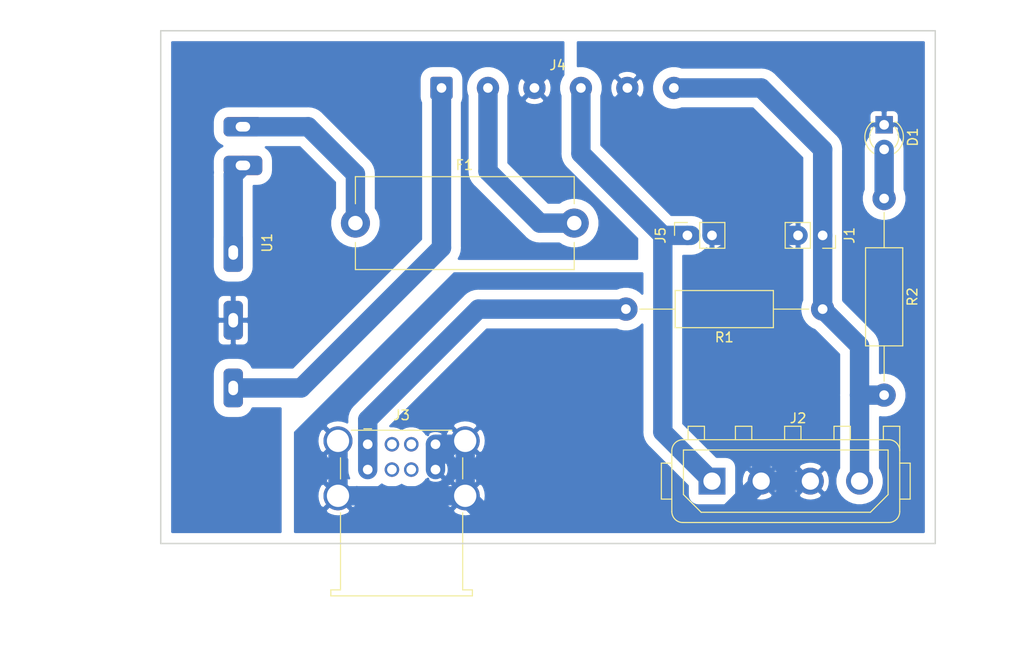
<source format=kicad_pcb>
(kicad_pcb (version 20171130) (host pcbnew 5.1.9-5.1.9)

  (general
    (thickness 1.6)
    (drawings 6)
    (tracks 49)
    (zones 0)
    (modules 10)
    (nets 15)
  )

  (page A4)
  (layers
    (0 F.Cu signal)
    (31 B.Cu signal)
    (32 B.Adhes user)
    (33 F.Adhes user)
    (34 B.Paste user)
    (35 F.Paste user)
    (36 B.SilkS user)
    (37 F.SilkS user)
    (38 B.Mask user)
    (39 F.Mask user)
    (40 Dwgs.User user)
    (41 Cmts.User user)
    (42 Eco1.User user)
    (43 Eco2.User user)
    (44 Edge.Cuts user)
    (45 Margin user)
    (46 B.CrtYd user)
    (47 F.CrtYd user)
    (48 B.Fab user)
    (49 F.Fab user)
  )

  (setup
    (last_trace_width 2)
    (user_trace_width 1)
    (user_trace_width 2)
    (trace_clearance 0.2)
    (zone_clearance 1)
    (zone_45_only no)
    (trace_min 0.2)
    (via_size 0.8)
    (via_drill 0.4)
    (via_min_size 0.4)
    (via_min_drill 0.3)
    (uvia_size 0.3)
    (uvia_drill 0.1)
    (uvias_allowed no)
    (uvia_min_size 0.2)
    (uvia_min_drill 0.1)
    (edge_width 0.1)
    (segment_width 0.2)
    (pcb_text_width 0.3)
    (pcb_text_size 1.5 1.5)
    (mod_edge_width 0.15)
    (mod_text_size 1 1)
    (mod_text_width 0.15)
    (pad_size 1.5 1.5)
    (pad_drill 1)
    (pad_to_mask_clearance 0)
    (aux_axis_origin 0 0)
    (visible_elements FFFFFF7F)
    (pcbplotparams
      (layerselection 0x01040_fffffffe)
      (usegerberextensions false)
      (usegerberattributes true)
      (usegerberadvancedattributes true)
      (creategerberjobfile false)
      (excludeedgelayer true)
      (linewidth 0.100000)
      (plotframeref false)
      (viasonmask true)
      (mode 1)
      (useauxorigin false)
      (hpglpennumber 1)
      (hpglpenspeed 20)
      (hpglpendiameter 15.000000)
      (psnegative false)
      (psa4output false)
      (plotreference true)
      (plotvalue true)
      (plotinvisibletext false)
      (padsonsilk false)
      (subtractmaskfromsilk false)
      (outputformat 1)
      (mirror false)
      (drillshape 0)
      (scaleselection 1)
      (outputdirectory "gerber/"))
  )

  (net 0 "")
  (net 1 "Net-(F1-Pad2)")
  (net 2 "Net-(F1-Pad1)")
  (net 3 "Net-(J2-Pad1)")
  (net 4 "Net-(J3-Pad2)")
  (net 5 "Net-(J3-Pad3)")
  (net 6 "Net-(J3-Pad6)")
  (net 7 "Net-(J3-Pad7)")
  (net 8 "Net-(J4-Pad3)")
  (net 9 "Net-(J4-Pad1)")
  (net 10 "Net-(U1-Pad3)")
  (net 11 "Net-(J1-Pad1)")
  (net 12 "Net-(D1-Pad2)")
  (net 13 "Net-(D1-Pad1)")
  (net 14 "Net-(J3-Pad1)")

  (net_class Default "This is the default net class."
    (clearance 0.2)
    (trace_width 0.25)
    (via_dia 0.8)
    (via_drill 0.4)
    (uvia_dia 0.3)
    (uvia_drill 0.1)
    (add_net "Net-(D1-Pad1)")
    (add_net "Net-(D1-Pad2)")
    (add_net "Net-(F1-Pad1)")
    (add_net "Net-(F1-Pad2)")
    (add_net "Net-(J1-Pad1)")
    (add_net "Net-(J2-Pad1)")
    (add_net "Net-(J3-Pad1)")
    (add_net "Net-(J3-Pad2)")
    (add_net "Net-(J3-Pad3)")
    (add_net "Net-(J3-Pad6)")
    (add_net "Net-(J3-Pad7)")
    (add_net "Net-(J4-Pad1)")
    (add_net "Net-(J4-Pad3)")
    (add_net "Net-(U1-Pad3)")
  )

  (module Resistor_THT:R_Axial_DIN0411_L9.9mm_D3.6mm_P20.32mm_Horizontal (layer F.Cu) (tedit 60906B61) (tstamp 608C6465)
    (at 172.72 53.34 270)
    (descr "Resistor, Axial_DIN0411 series, Axial, Horizontal, pin pitch=20.32mm, 1W, length*diameter=9.9*3.6mm^2")
    (tags "Resistor Axial_DIN0411 series Axial Horizontal pin pitch 20.32mm 1W length 9.9mm diameter 3.6mm")
    (path /608C8499)
    (fp_text reference R2 (at 10.16 -2.92 90) (layer F.SilkS)
      (effects (font (size 1 1) (thickness 0.15)))
    )
    (fp_text value 1k (at 10.16 2.92 90) (layer F.Fab)
      (effects (font (size 1 1) (thickness 0.15)))
    )
    (fp_line (start 21.77 -2.05) (end -1.45 -2.05) (layer F.CrtYd) (width 0.05))
    (fp_line (start 21.77 2.05) (end 21.77 -2.05) (layer F.CrtYd) (width 0.05))
    (fp_line (start -1.45 2.05) (end 21.77 2.05) (layer F.CrtYd) (width 0.05))
    (fp_line (start -1.45 -2.05) (end -1.45 2.05) (layer F.CrtYd) (width 0.05))
    (fp_line (start 18.88 0) (end 15.23 0) (layer F.SilkS) (width 0.12))
    (fp_line (start 1.44 0) (end 5.09 0) (layer F.SilkS) (width 0.12))
    (fp_line (start 15.23 -1.92) (end 5.09 -1.92) (layer F.SilkS) (width 0.12))
    (fp_line (start 15.23 1.92) (end 15.23 -1.92) (layer F.SilkS) (width 0.12))
    (fp_line (start 5.09 1.92) (end 15.23 1.92) (layer F.SilkS) (width 0.12))
    (fp_line (start 5.09 -1.92) (end 5.09 1.92) (layer F.SilkS) (width 0.12))
    (fp_line (start 20.32 0) (end 15.11 0) (layer F.Fab) (width 0.1))
    (fp_line (start 0 0) (end 5.21 0) (layer F.Fab) (width 0.1))
    (fp_line (start 15.11 -1.8) (end 5.21 -1.8) (layer F.Fab) (width 0.1))
    (fp_line (start 15.11 1.8) (end 15.11 -1.8) (layer F.Fab) (width 0.1))
    (fp_line (start 5.21 1.8) (end 15.11 1.8) (layer F.Fab) (width 0.1))
    (fp_line (start 5.21 -1.8) (end 5.21 1.8) (layer F.Fab) (width 0.1))
    (fp_text user %R (at 10.16 0 90) (layer F.Fab)
      (effects (font (size 1 1) (thickness 0.15)))
    )
    (pad 2 thru_hole oval (at 20.32 0 270) (size 2.4 2.4) (drill 1) (layers *.Cu *.Mask)
      (net 11 "Net-(J1-Pad1)"))
    (pad 1 thru_hole circle (at 0 0 270) (size 2.4 2.4) (drill 1) (layers *.Cu *.Mask)
      (net 12 "Net-(D1-Pad2)"))
    (model ${KISYS3DMOD}/Resistor_THT.3dshapes/R_Axial_DIN0411_L9.9mm_D3.6mm_P20.32mm_Horizontal.wrl
      (at (xyz 0 0 0))
      (scale (xyz 1 1 1))
      (rotate (xyz 0 0 0))
    )
  )

  (module LED_THT:LED_D3.0mm (layer F.Cu) (tedit 60906B51) (tstamp 608C6204)
    (at 172.72 45.72 270)
    (descr "LED, diameter 3.0mm, 2 pins")
    (tags "LED diameter 3.0mm 2 pins")
    (path /608C922E)
    (fp_text reference D1 (at 1.27 -2.96 90) (layer F.SilkS)
      (effects (font (size 1 1) (thickness 0.15)))
    )
    (fp_text value LED (at 1.27 2.96 90) (layer F.Fab)
      (effects (font (size 1 1) (thickness 0.15)))
    )
    (fp_line (start 3.7 -2.25) (end -1.15 -2.25) (layer F.CrtYd) (width 0.05))
    (fp_line (start 3.7 2.25) (end 3.7 -2.25) (layer F.CrtYd) (width 0.05))
    (fp_line (start -1.15 2.25) (end 3.7 2.25) (layer F.CrtYd) (width 0.05))
    (fp_line (start -1.15 -2.25) (end -1.15 2.25) (layer F.CrtYd) (width 0.05))
    (fp_line (start -0.29 1.08) (end -0.29 1.236) (layer F.SilkS) (width 0.12))
    (fp_line (start -0.29 -1.236) (end -0.29 -1.08) (layer F.SilkS) (width 0.12))
    (fp_line (start -0.23 -1.16619) (end -0.23 1.16619) (layer F.Fab) (width 0.1))
    (fp_circle (center 1.27 0) (end 2.77 0) (layer F.Fab) (width 0.1))
    (fp_arc (start 1.27 0) (end 0.229039 1.08) (angle -87.9) (layer F.SilkS) (width 0.12))
    (fp_arc (start 1.27 0) (end 0.229039 -1.08) (angle 87.9) (layer F.SilkS) (width 0.12))
    (fp_arc (start 1.27 0) (end -0.29 1.235516) (angle -108.8) (layer F.SilkS) (width 0.12))
    (fp_arc (start 1.27 0) (end -0.29 -1.235516) (angle 108.8) (layer F.SilkS) (width 0.12))
    (fp_arc (start 1.27 0) (end -0.23 -1.16619) (angle 284.3) (layer F.Fab) (width 0.1))
    (pad 2 thru_hole circle (at 2.54 0 270) (size 1.8 1.8) (drill 1) (layers *.Cu *.Mask)
      (net 12 "Net-(D1-Pad2)"))
    (pad 1 thru_hole rect (at 0 0 270) (size 1.8 1.8) (drill 1) (layers *.Cu *.Mask)
      (net 13 "Net-(D1-Pad1)"))
    (model ${KISYS3DMOD}/LED_THT.3dshapes/LED_D3.0mm.wrl
      (at (xyz 0 0 0))
      (scale (xyz 1 1 1))
      (rotate (xyz 0 0 0))
    )
  )

  (module Resistor_THT:R_Axial_DIN0411_L9.9mm_D3.6mm_P20.32mm_Horizontal (layer F.Cu) (tedit 60906B93) (tstamp 608CACBB)
    (at 166.37 64.77 180)
    (descr "Resistor, Axial_DIN0411 series, Axial, Horizontal, pin pitch=20.32mm, 1W, length*diameter=9.9*3.6mm^2")
    (tags "Resistor Axial_DIN0411 series Axial Horizontal pin pitch 20.32mm 1W length 9.9mm diameter 3.6mm")
    (path /608C92B1)
    (fp_text reference R1 (at 10.16 -2.92) (layer F.SilkS)
      (effects (font (size 1 1) (thickness 0.15)))
    )
    (fp_text value 0 (at 10.16 2.92) (layer F.Fab)
      (effects (font (size 1 1) (thickness 0.15)))
    )
    (fp_line (start 21.77 -2.05) (end -1.45 -2.05) (layer F.CrtYd) (width 0.05))
    (fp_line (start 21.77 2.05) (end 21.77 -2.05) (layer F.CrtYd) (width 0.05))
    (fp_line (start -1.45 2.05) (end 21.77 2.05) (layer F.CrtYd) (width 0.05))
    (fp_line (start -1.45 -2.05) (end -1.45 2.05) (layer F.CrtYd) (width 0.05))
    (fp_line (start 18.88 0) (end 15.23 0) (layer F.SilkS) (width 0.12))
    (fp_line (start 1.44 0) (end 5.09 0) (layer F.SilkS) (width 0.12))
    (fp_line (start 15.23 -1.92) (end 5.09 -1.92) (layer F.SilkS) (width 0.12))
    (fp_line (start 15.23 1.92) (end 15.23 -1.92) (layer F.SilkS) (width 0.12))
    (fp_line (start 5.09 1.92) (end 15.23 1.92) (layer F.SilkS) (width 0.12))
    (fp_line (start 5.09 -1.92) (end 5.09 1.92) (layer F.SilkS) (width 0.12))
    (fp_line (start 20.32 0) (end 15.11 0) (layer F.Fab) (width 0.1))
    (fp_line (start 0 0) (end 5.21 0) (layer F.Fab) (width 0.1))
    (fp_line (start 15.11 -1.8) (end 5.21 -1.8) (layer F.Fab) (width 0.1))
    (fp_line (start 15.11 1.8) (end 15.11 -1.8) (layer F.Fab) (width 0.1))
    (fp_line (start 5.21 1.8) (end 15.11 1.8) (layer F.Fab) (width 0.1))
    (fp_line (start 5.21 -1.8) (end 5.21 1.8) (layer F.Fab) (width 0.1))
    (fp_text user %R (at 10.16 0) (layer F.Fab)
      (effects (font (size 1 1) (thickness 0.15)))
    )
    (pad 2 thru_hole oval (at 20.32 0 180) (size 2.4 2.4) (drill 1) (layers *.Cu *.Mask)
      (net 14 "Net-(J3-Pad1)"))
    (pad 1 thru_hole circle (at 0 0 180) (size 2.4 2.4) (drill 1) (layers *.Cu *.Mask)
      (net 11 "Net-(J1-Pad1)"))
    (model ${KISYS3DMOD}/Resistor_THT.3dshapes/R_Axial_DIN0411_L9.9mm_D3.6mm_P20.32mm_Horizontal.wrl
      (at (xyz 0 0 0))
      (scale (xyz 1 1 1))
      (rotate (xyz 0 0 0))
    )
  )

  (module Connector_Wire:SolderWire-0.5sqmm_1x06_P4.8mm_D0.9mm_OD2.3mm (layer F.Cu) (tedit 60906B3F) (tstamp 5F32CCFE)
    (at 127 41.91)
    (descr "Soldered wire connection, for 6 times 0.5 mm² wires, reinforced insulation, conductor diameter 0.9mm, outer diameter 2.3mm, size source Multi-Contact FLEXI-xV 0.5 (https://ec.staubli.com/AcroFiles/Catalogues/TM_Cab-Main-11014119_(en)_hi.pdf), bend radius 3 times outer diameter, generated with kicad-footprint-generator")
    (tags "connector wire 0.5sqmm")
    (path /5F29873D)
    (attr virtual)
    (fp_text reference J4 (at 12 -2.35) (layer F.SilkS)
      (effects (font (size 1 1) (thickness 0.15)))
    )
    (fp_text value RD-35A (at 12 2.35) (layer F.Fab)
      (effects (font (size 1 1) (thickness 0.15)))
    )
    (fp_circle (center 0 0) (end 1.15 0) (layer F.Fab) (width 0.1))
    (fp_circle (center 4.8 0) (end 5.95 0) (layer F.Fab) (width 0.1))
    (fp_circle (center 9.6 0) (end 10.75 0) (layer F.Fab) (width 0.1))
    (fp_circle (center 14.4 0) (end 15.55 0) (layer F.Fab) (width 0.1))
    (fp_circle (center 19.2 0) (end 20.35 0) (layer F.Fab) (width 0.1))
    (fp_circle (center 24 0) (end 25.15 0) (layer F.Fab) (width 0.1))
    (fp_line (start -1.9 -1.65) (end -1.9 1.65) (layer F.CrtYd) (width 0.05))
    (fp_line (start -1.9 1.65) (end 1.9 1.65) (layer F.CrtYd) (width 0.05))
    (fp_line (start 1.9 1.65) (end 1.9 -1.65) (layer F.CrtYd) (width 0.05))
    (fp_line (start 1.9 -1.65) (end -1.9 -1.65) (layer F.CrtYd) (width 0.05))
    (fp_line (start 2.9 -1.65) (end 2.9 1.65) (layer F.CrtYd) (width 0.05))
    (fp_line (start 2.9 1.65) (end 6.7 1.65) (layer F.CrtYd) (width 0.05))
    (fp_line (start 6.7 1.65) (end 6.7 -1.65) (layer F.CrtYd) (width 0.05))
    (fp_line (start 6.7 -1.65) (end 2.9 -1.65) (layer F.CrtYd) (width 0.05))
    (fp_line (start 7.7 -1.65) (end 7.7 1.65) (layer F.CrtYd) (width 0.05))
    (fp_line (start 7.7 1.65) (end 11.5 1.65) (layer F.CrtYd) (width 0.05))
    (fp_line (start 11.5 1.65) (end 11.5 -1.65) (layer F.CrtYd) (width 0.05))
    (fp_line (start 11.5 -1.65) (end 7.7 -1.65) (layer F.CrtYd) (width 0.05))
    (fp_line (start 12.5 -1.65) (end 12.5 1.65) (layer F.CrtYd) (width 0.05))
    (fp_line (start 12.5 1.65) (end 16.3 1.65) (layer F.CrtYd) (width 0.05))
    (fp_line (start 16.3 1.65) (end 16.3 -1.65) (layer F.CrtYd) (width 0.05))
    (fp_line (start 16.3 -1.65) (end 12.5 -1.65) (layer F.CrtYd) (width 0.05))
    (fp_line (start 17.3 -1.65) (end 17.3 1.65) (layer F.CrtYd) (width 0.05))
    (fp_line (start 17.3 1.65) (end 21.1 1.65) (layer F.CrtYd) (width 0.05))
    (fp_line (start 21.1 1.65) (end 21.1 -1.65) (layer F.CrtYd) (width 0.05))
    (fp_line (start 21.1 -1.65) (end 17.3 -1.65) (layer F.CrtYd) (width 0.05))
    (fp_line (start 22.1 -1.65) (end 22.1 1.65) (layer F.CrtYd) (width 0.05))
    (fp_line (start 22.1 1.65) (end 25.9 1.65) (layer F.CrtYd) (width 0.05))
    (fp_line (start 25.9 1.65) (end 25.9 -1.65) (layer F.CrtYd) (width 0.05))
    (fp_line (start 25.9 -1.65) (end 22.1 -1.65) (layer F.CrtYd) (width 0.05))
    (fp_text user %R (at 12 0 90) (layer F.Fab)
      (effects (font (size 0.82 0.82) (thickness 0.12)))
    )
    (pad 6 thru_hole circle (at 24 0) (size 2.3 2.3) (drill 1) (layers *.Cu *.Mask)
      (net 11 "Net-(J1-Pad1)"))
    (pad 5 thru_hole circle (at 19.2 0) (size 2.3 2.3) (drill 1) (layers *.Cu *.Mask)
      (net 13 "Net-(D1-Pad1)"))
    (pad 4 thru_hole circle (at 14.4 0) (size 2.3 2.3) (drill 1) (layers *.Cu *.Mask)
      (net 3 "Net-(J2-Pad1)"))
    (pad 3 thru_hole circle (at 9.6 0) (size 2.3 2.3) (drill 1) (layers *.Cu *.Mask)
      (net 8 "Net-(J4-Pad3)"))
    (pad 2 thru_hole circle (at 4.8 0) (size 2.3 2.3) (drill 1) (layers *.Cu *.Mask)
      (net 1 "Net-(F1-Pad2)"))
    (pad 1 thru_hole roundrect (at 0 0) (size 2.3 2.3) (drill 1) (layers *.Cu *.Mask) (roundrect_rratio 0.109)
      (net 9 "Net-(J4-Pad1)"))
    (model ${KISYS3DMOD}/Connector_Wire.3dshapes/SolderWire-0.5sqmm_1x06_P4.8mm_D0.9mm_OD2.3mm.wrl
      (at (xyz 0 0 0))
      (scale (xyz 1 1 1))
      (rotate (xyz 0 0 0))
    )
  )

  (module Connector_TE-Connectivity:TE_MATE-N-LOK_350211-1_1x04_P5.08mm_Vertical (layer F.Cu) (tedit 5C696A5E) (tstamp 5F327D05)
    (at 154.94 82.55)
    (descr https://www.te.com/commerce/DocumentDelivery/DDEController?Action=showdoc&DocId=Customer+Drawing%7F350211%7FU5%7Fpdf%7FEnglish%7FENG_CD_350211_U5.pdf%7F350211-1)
    (tags "connector TE MATE-N-LOK top entry ATA PATA IDE 5.25 inch floppy drive power")
    (path /5F29E99F)
    (fp_text reference J2 (at 8.89 -6.5) (layer F.SilkS)
      (effects (font (size 1 1) (thickness 0.15)))
    )
    (fp_text value Molex (at 7.62 5.01) (layer F.Fab)
      (effects (font (size 1 1) (thickness 0.15)))
    )
    (fp_line (start -5.33 4.38) (end 20.57 4.38) (layer F.CrtYd) (width 0.05))
    (fp_line (start 20.57 4.38) (end 20.57 -5.77) (layer F.CrtYd) (width 0.05))
    (fp_line (start 20.57 -5.77) (end -5.33 -5.77) (layer F.CrtYd) (width 0.05))
    (fp_line (start -5.33 -5.77) (end -5.33 4.38) (layer F.CrtYd) (width 0.05))
    (fp_line (start -2.95 -3.22) (end 18.19 -3.22) (layer F.SilkS) (width 0.12))
    (fp_line (start 18.19 -3.22) (end 18.19 1.39) (layer F.SilkS) (width 0.12))
    (fp_line (start 18.19 1.39) (end 16.36 3.22) (layer F.SilkS) (width 0.12))
    (fp_line (start 16.36 3.22) (end -1.12 3.22) (layer F.SilkS) (width 0.12))
    (fp_line (start -1.12 3.22) (end -2.95 1.39) (layer F.SilkS) (width 0.12))
    (fp_line (start -2.95 1.39) (end -2.95 -3.22) (layer F.SilkS) (width 0.12))
    (fp_line (start -3.01 4.28) (end 18.25 4.28) (layer F.SilkS) (width 0.12))
    (fp_line (start 19.39 3.14) (end 19.39 -5.67) (layer F.SilkS) (width 0.12))
    (fp_line (start 18.25 -4.28) (end -3.01 -4.28) (layer F.SilkS) (width 0.12))
    (fp_line (start -4.15 -3.14) (end -4.15 3.14) (layer F.SilkS) (width 0.12))
    (fp_line (start 19.39 1.86) (end 20.47 1.86) (layer F.SilkS) (width 0.12))
    (fp_line (start 20.47 1.86) (end 20.47 -1.86) (layer F.SilkS) (width 0.12))
    (fp_line (start 20.47 -1.86) (end 19.39 -1.86) (layer F.SilkS) (width 0.12))
    (fp_line (start -4.15 1.86) (end -5.23 1.86) (layer F.SilkS) (width 0.12))
    (fp_line (start -5.23 1.86) (end -5.23 -1.86) (layer F.SilkS) (width 0.12))
    (fp_line (start -5.23 -1.86) (end -4.15 -1.86) (layer F.SilkS) (width 0.12))
    (fp_line (start 17.7 -4.28) (end 17.7 -5.67) (layer F.SilkS) (width 0.12))
    (fp_line (start 17.7 -5.67) (end 19.39 -5.67) (layer F.SilkS) (width 0.12))
    (fp_line (start -2.47 -5.67) (end -0.78 -5.67) (layer F.SilkS) (width 0.12))
    (fp_line (start -0.78 -5.67) (end -0.78 -4.28) (layer F.SilkS) (width 0.12))
    (fp_line (start -2.47 -4.28) (end -2.47 -5.67) (layer F.SilkS) (width 0.12))
    (fp_line (start 14.29 -5.67) (end 14.29 -4.28) (layer F.SilkS) (width 0.12))
    (fp_line (start 12.6 -4.28) (end 12.6 -5.67) (layer F.SilkS) (width 0.12))
    (fp_line (start 12.6 -5.67) (end 14.29 -5.67) (layer F.SilkS) (width 0.12))
    (fp_line (start 7.5 -5.67) (end 9.19 -5.67) (layer F.SilkS) (width 0.12))
    (fp_line (start 9.19 -5.67) (end 9.19 -4.28) (layer F.SilkS) (width 0.12))
    (fp_line (start 7.5 -4.28) (end 7.5 -5.67) (layer F.SilkS) (width 0.12))
    (fp_line (start 2.42 -4.28) (end 2.42 -5.67) (layer F.SilkS) (width 0.12))
    (fp_line (start 4.11 -5.67) (end 4.11 -4.28) (layer F.SilkS) (width 0.12))
    (fp_line (start 2.42 -5.67) (end 4.11 -5.67) (layer F.SilkS) (width 0.12))
    (fp_line (start -2.95 1.39) (end -2.95 -3.22) (layer F.Fab) (width 0.1))
    (fp_line (start -1.12 3.22) (end -2.95 1.39) (layer F.Fab) (width 0.1))
    (fp_line (start 16.36 3.22) (end -1.12 3.22) (layer F.Fab) (width 0.1))
    (fp_line (start 18.19 1.39) (end 16.36 3.22) (layer F.Fab) (width 0.1))
    (fp_line (start 18.19 -3.22) (end 18.19 1.39) (layer F.Fab) (width 0.1))
    (fp_line (start -2.95 -3.22) (end 18.19 -3.22) (layer F.Fab) (width 0.1))
    (fp_line (start 18.1 -4.13) (end -2.86 -4.13) (layer F.Fab) (width 0.1))
    (fp_line (start -2.86 4.13) (end 18.1 4.13) (layer F.Fab) (width 0.1))
    (fp_line (start 19.24 2.99) (end 19.24 -5.52) (layer F.Fab) (width 0.1))
    (fp_line (start -4 -2.99) (end -4 2.99) (layer F.Fab) (width 0.1))
    (fp_line (start 20.32 1.71) (end 20.32 -1.71) (layer F.Fab) (width 0.1))
    (fp_line (start 20.32 -1.71) (end 19.24 -1.71) (layer F.Fab) (width 0.1))
    (fp_line (start 19.24 1.71) (end 20.32 1.71) (layer F.Fab) (width 0.1))
    (fp_line (start -5.08 1.71) (end -5.08 -1.71) (layer F.Fab) (width 0.1))
    (fp_line (start -5.08 -1.71) (end -4 -1.71) (layer F.Fab) (width 0.1))
    (fp_line (start -4 1.71) (end -5.08 1.71) (layer F.Fab) (width 0.1))
    (fp_line (start 17.85 -5.52) (end 19.24 -5.52) (layer F.Fab) (width 0.1))
    (fp_line (start 17.85 -4.13) (end 17.85 -5.52) (layer F.Fab) (width 0.1))
    (fp_line (start 12.75 -5.52) (end 14.14 -5.52) (layer F.Fab) (width 0.1))
    (fp_line (start 7.65 -5.52) (end 9.04 -5.52) (layer F.Fab) (width 0.1))
    (fp_line (start 2.57 -5.52) (end 3.96 -5.52) (layer F.Fab) (width 0.1))
    (fp_line (start -2.32 -5.52) (end -0.93 -5.52) (layer F.Fab) (width 0.1))
    (fp_line (start -2.32 -4.13) (end -2.32 -5.52) (layer F.Fab) (width 0.1))
    (fp_line (start -0.93 -5.52) (end -0.93 -4.13) (layer F.Fab) (width 0.1))
    (fp_line (start 2.57 -4.13) (end 2.57 -5.52) (layer F.Fab) (width 0.1))
    (fp_line (start 3.96 -5.52) (end 3.96 -4.13) (layer F.Fab) (width 0.1))
    (fp_line (start 7.65 -4.13) (end 7.65 -5.52) (layer F.Fab) (width 0.1))
    (fp_line (start 9.04 -5.52) (end 9.04 -4.13) (layer F.Fab) (width 0.1))
    (fp_line (start 12.75 -4.13) (end 12.75 -5.52) (layer F.Fab) (width 0.1))
    (fp_line (start 14.14 -5.52) (end 14.14 -4.13) (layer F.Fab) (width 0.1))
    (fp_arc (start -2.86 2.99) (end -4 2.99) (angle -90) (layer F.Fab) (width 0.1))
    (fp_arc (start 18.1 2.99) (end 18.1 4.13) (angle -90) (layer F.Fab) (width 0.1))
    (fp_arc (start -2.86 -2.99) (end -2.86 -4.13) (angle -90) (layer F.Fab) (width 0.1))
    (fp_arc (start 18.1 -2.99) (end 19.24 -2.99) (angle -90) (layer F.Fab) (width 0.1))
    (fp_text user %R (at 8 0) (layer F.Fab)
      (effects (font (size 1 1) (thickness 0.15)))
    )
    (fp_arc (start -3.01 3.14) (end -4.15 3.14) (angle -90) (layer F.SilkS) (width 0.12))
    (fp_arc (start -3.01 -3.14) (end -3.01 -4.28) (angle -90) (layer F.SilkS) (width 0.12))
    (fp_arc (start 18.25 3.14) (end 18.25 4.28) (angle -90) (layer F.SilkS) (width 0.12))
    (fp_arc (start 18.25 -3.14) (end 19.39 -3.14) (angle -90) (layer F.SilkS) (width 0.12))
    (pad 4 thru_hole circle (at 15.24 0) (size 2.78 2.78) (drill 1.78) (layers *.Cu *.Mask)
      (net 11 "Net-(J1-Pad1)"))
    (pad 3 thru_hole circle (at 10.16 0) (size 2.78 2.78) (drill 1.78) (layers *.Cu *.Mask)
      (net 13 "Net-(D1-Pad1)"))
    (pad 2 thru_hole circle (at 5.08 0) (size 2.78 2.78) (drill 1.78) (layers *.Cu *.Mask)
      (net 13 "Net-(D1-Pad1)"))
    (pad 1 thru_hole rect (at 0 0) (size 2.78 2.78) (drill 1.78) (layers *.Cu *.Mask)
      (net 3 "Net-(J2-Pad1)"))
    (model ${KISYS3DMOD}/Connector_TE-Connectivity.3dshapes/TE_MATE-N-LOK_350211-1_1x04_P5.08mm_Vertical.wrl
      (at (xyz 0 0 0))
      (scale (xyz 1 1 1))
      (rotate (xyz 0 0 0))
    )
  )

  (module zdroj:Connector_EIC_C14_with_switch (layer F.Cu) (tedit 5F31ADA0) (tstamp 5F327D75)
    (at 110.49 58.42 270)
    (path /5F3338F4)
    (fp_text reference U1 (at -0.5 1.5 90) (layer F.SilkS)
      (effects (font (size 1 1) (thickness 0.15)))
    )
    (fp_text value IEC_C14_with_switch (at 0 -0.5 90) (layer F.Fab)
      (effects (font (size 1 1) (thickness 0.15)))
    )
    (fp_line (start -24 6) (end 21.5 6) (layer Dwgs.User) (width 0.12))
    (fp_line (start -24 25.5) (end -24 6) (layer Dwgs.User) (width 0.12))
    (fp_line (start 21.5 25.5) (end 21.5 6) (layer Dwgs.User) (width 0.12))
    (fp_line (start -25.540746 25.530129) (end -25.540746 29.030129) (layer Dwgs.User) (width 0.12))
    (fp_line (start 23.459254 25.530129) (end -25.540746 25.530129) (layer Dwgs.User) (width 0.12))
    (fp_line (start 23.459254 29.030129) (end 23.459254 25.530129) (layer Dwgs.User) (width 0.12))
    (fp_line (start -25.540746 29.030129) (end 23.459254 29.030129) (layer Dwgs.User) (width 0.12))
    (pad 5 thru_hole roundrect (at -12.5 4 270) (size 2 4) (drill oval 1 1.5) (layers *.Cu *.Mask) (roundrect_rratio 0.25)
      (net 2 "Net-(F1-Pad1)"))
    (pad 4 thru_hole roundrect (at -8.5 4 270) (size 2 4) (drill oval 1 1.5) (layers *.Cu *.Mask) (roundrect_rratio 0.25)
      (net 10 "Net-(U1-Pad3)"))
    (pad 3 thru_hole roundrect (at 0.5 5 270) (size 4 2) (drill oval 1.5 1) (layers *.Cu *.Mask) (roundrect_rratio 0.25)
      (net 10 "Net-(U1-Pad3)"))
    (pad 2 thru_hole roundrect (at 7.5 5 270) (size 4 2) (drill oval 1.5 1) (layers *.Cu *.Mask) (roundrect_rratio 0.25)
      (net 8 "Net-(J4-Pad3)"))
    (pad 1 thru_hole roundrect (at 14.5 5 270) (size 4 2) (drill oval 1.5 1) (layers *.Cu *.Mask) (roundrect_rratio 0.25)
      (net 9 "Net-(J4-Pad1)"))
  )

  (module Connector_USB:USB_A_Wuerth_61400826021_Horizontal_Stacked (layer F.Cu) (tedit 60906BE8) (tstamp 5F327D4B)
    (at 119.38 78.74)
    (descr "Stacked USB A connector http://katalog.we-online.de/em/datasheet/61400826021.pdf")
    (tags "Wuerth stacked USB_A")
    (path /5F2C5E50)
    (fp_text reference J3 (at 3.5 -3) (layer F.SilkS)
      (effects (font (size 1 1) (thickness 0.15)))
    )
    (fp_text value "Double USB" (at 3.5 17) (layer F.Fab)
      (effects (font (size 1 1) (thickness 0.15)))
    )
    (fp_line (start -3.82 1.74) (end -3.26 1.74) (layer F.CrtYd) (width 0.05))
    (fp_line (start -5.07 0.49) (end -3.82 1.74) (layer F.CrtYd) (width 0.05))
    (fp_line (start -5.07 -1.19) (end -5.07 0.49) (layer F.CrtYd) (width 0.05))
    (fp_line (start -3.91 -2.35) (end -5.07 -1.19) (layer F.CrtYd) (width 0.05))
    (fp_line (start -2.26 -2.35) (end -3.91 -2.35) (layer F.CrtYd) (width 0.05))
    (fp_line (start -2.26 -2.35) (end -1.8 -1.89) (layer F.CrtYd) (width 0.05))
    (fp_line (start 10.91 -2.35) (end 12.07 -1.19) (layer F.CrtYd) (width 0.05))
    (fp_line (start 12.07 0.49) (end 10.82 1.74) (layer F.CrtYd) (width 0.05))
    (fp_line (start -3.26 7.33) (end -3.91 7.33) (layer F.CrtYd) (width 0.05))
    (fp_line (start -5.07 6.17) (end -3.91 7.33) (layer F.CrtYd) (width 0.05))
    (fp_line (start -5.07 4.49) (end -5.07 6.17) (layer F.CrtYd) (width 0.05))
    (fp_line (start -3.91 3.33) (end -5.07 4.49) (layer F.CrtYd) (width 0.05))
    (fp_line (start -3.91 3.33) (end -3.26 3.33) (layer F.CrtYd) (width 0.05))
    (fp_line (start 10.91 3.33) (end 12.07 4.49) (layer F.CrtYd) (width 0.05))
    (fp_line (start 10.26 7.33) (end 10.91 7.33) (layer F.CrtYd) (width 0.05))
    (fp_line (start 12.07 -1.19) (end 12.07 0.49) (layer F.CrtYd) (width 0.05))
    (fp_line (start 10.26 1.74) (end 10.82 1.74) (layer F.CrtYd) (width 0.05))
    (fp_line (start 10.26 3.33) (end 10.91 3.33) (layer F.CrtYd) (width 0.05))
    (fp_line (start 12.07 4.49) (end 12.07 6.17) (layer F.CrtYd) (width 0.05))
    (fp_line (start -4.25 14.61) (end -4.25 16.11) (layer F.CrtYd) (width 0.05))
    (fp_line (start -3.26 14.61) (end -4.25 14.61) (layer F.CrtYd) (width 0.05))
    (fp_line (start -3.26 7.33) (end -3.26 14.61) (layer F.CrtYd) (width 0.05))
    (fp_line (start -3.26 1.74) (end -3.26 3.33) (layer F.CrtYd) (width 0.05))
    (fp_line (start 10.26 1.74) (end 10.26 3.33) (layer F.CrtYd) (width 0.05))
    (fp_line (start 8.8 -1.89) (end -1.8 -1.89) (layer F.CrtYd) (width 0.05))
    (fp_line (start 10.26 7.33) (end 10.26 14.61) (layer F.CrtYd) (width 0.05))
    (fp_line (start 9.81 3.58) (end 9.81 1.4) (layer F.SilkS) (width 0.12))
    (fp_line (start -2.81 3.58) (end -2.81 1.4) (layer F.SilkS) (width 0.12))
    (fp_line (start 9.75 -1.39) (end 9.75 15.11) (layer F.Fab) (width 0.1))
    (fp_line (start -4.25 16.11) (end 11.25 16.11) (layer F.CrtYd) (width 0.05))
    (fp_line (start 10.75 15.61) (end -3.75 15.61) (layer F.Fab) (width 0.1))
    (fp_line (start -2.75 -1.39) (end -2.75 15.11) (layer F.Fab) (width 0.1))
    (fp_line (start 9.75 -1.39) (end -2.75 -1.39) (layer F.Fab) (width 0.1))
    (fp_line (start -2.75 15.11) (end -3.75 15.11) (layer F.Fab) (width 0.1))
    (fp_line (start -3.75 15.11) (end -3.75 15.61) (layer F.Fab) (width 0.1))
    (fp_line (start 9.75 15.11) (end 10.75 15.11) (layer F.Fab) (width 0.1))
    (fp_line (start 10.75 15.11) (end 10.75 15.61) (layer F.Fab) (width 0.1))
    (fp_line (start 9.81 7.08) (end 9.81 15.05) (layer F.SilkS) (width 0.12))
    (fp_line (start 9.81 15.05) (end 10.81 15.05) (layer F.SilkS) (width 0.12))
    (fp_line (start 10.81 15.05) (end 10.81 15.67) (layer F.SilkS) (width 0.12))
    (fp_line (start 10.81 15.67) (end -3.81 15.67) (layer F.SilkS) (width 0.12))
    (fp_line (start -3.81 15.67) (end -3.81 15.05) (layer F.SilkS) (width 0.12))
    (fp_line (start -3.81 15.05) (end -2.81 15.05) (layer F.SilkS) (width 0.12))
    (fp_line (start -2.81 15.05) (end -2.81 7.08) (layer F.SilkS) (width 0.12))
    (fp_line (start -1.69 -1.45) (end 8.69 -1.45) (layer F.SilkS) (width 0.12))
    (fp_line (start 0 -1.1) (end 0.3 -1.38) (layer F.Fab) (width 0.12))
    (fp_line (start 0 -1.1) (end -0.3 -1.38) (layer F.Fab) (width 0.12))
    (fp_line (start 0.4 -1.6) (end -0.4 -1.6) (layer F.SilkS) (width 0.12))
    (fp_line (start 10.26 14.61) (end 11.25 14.61) (layer F.CrtYd) (width 0.05))
    (fp_line (start 11.25 14.61) (end 11.25 16.11) (layer F.CrtYd) (width 0.05))
    (fp_line (start 10.91 -2.35) (end 9.26 -2.35) (layer F.CrtYd) (width 0.05))
    (fp_line (start 9.26 -2.35) (end 8.8 -1.89) (layer F.CrtYd) (width 0.05))
    (fp_line (start 12.07 6.17) (end 10.91 7.33) (layer F.CrtYd) (width 0.05))
    (fp_text user %R (at 3.5 7) (layer F.Fab)
      (effects (font (size 1 1) (thickness 0.15)))
    )
    (pad SH thru_hole circle (at 10.07 -0.35) (size 3 3) (drill 2.3) (layers *.Cu *.Mask)
      (net 13 "Net-(D1-Pad1)"))
    (pad SH thru_hole circle (at -3.07 -0.35) (size 3 3) (drill 2.3) (layers *.Cu *.Mask)
      (net 13 "Net-(D1-Pad1)"))
    (pad 1 thru_hole rect (at 0 0) (size 1.5 1.5) (drill 1) (layers *.Cu *.Mask)
      (net 14 "Net-(J3-Pad1)"))
    (pad 2 thru_hole circle (at 2.5 0) (size 1.5 1.5) (drill 1) (layers *.Cu *.Mask)
      (net 4 "Net-(J3-Pad2)"))
    (pad 3 thru_hole circle (at 4.5 0) (size 1.5 1.5) (drill 1) (layers *.Cu *.Mask)
      (net 5 "Net-(J3-Pad3)"))
    (pad 4 thru_hole circle (at 7 0) (size 1.5 1.5) (drill 1) (layers *.Cu *.Mask)
      (net 13 "Net-(D1-Pad1)"))
    (pad SH thru_hole circle (at -3.07 5.33) (size 3 3) (drill 2.3) (layers *.Cu *.Mask)
      (net 13 "Net-(D1-Pad1)"))
    (pad SH thru_hole circle (at 10.07 5.33) (size 3 3) (drill 2.3) (layers *.Cu *.Mask)
      (net 13 "Net-(D1-Pad1)"))
    (pad 5 thru_hole circle (at 0 2.62) (size 1.5 1.5) (drill 1) (layers *.Cu *.Mask)
      (net 14 "Net-(J3-Pad1)"))
    (pad 6 thru_hole circle (at 2.5 2.62) (size 1.5 1.5) (drill 1) (layers *.Cu *.Mask)
      (net 6 "Net-(J3-Pad6)"))
    (pad 7 thru_hole circle (at 4.5 2.62) (size 1.5 1.5) (drill 1) (layers *.Cu *.Mask)
      (net 7 "Net-(J3-Pad7)"))
    (pad 8 thru_hole circle (at 7 2.62) (size 1.5 1.5) (drill 1) (layers *.Cu *.Mask)
      (net 13 "Net-(D1-Pad1)"))
    (model ${KISYS3DMOD}/Connector_USB.3dshapes/USB_A_Wuerth_61400826021_Horizontal_Stacked.wrl
      (at (xyz 0 0 0))
      (scale (xyz 1 1 1))
      (rotate (xyz 0 0 0))
    )
  )

  (module Fuse:Fuseholder_Cylinder-5x20mm_Stelvio-Kontek_PTF78_Horizontal_Open (layer F.Cu) (tedit 60906B02) (tstamp 5F327CD3)
    (at 118.11 55.88)
    (descr https://www.tme.eu/en/Document/3b48dbe2b9714a62652c97b08fcd464b/PTF78.pdf)
    (tags "Fuseholder horizontal open 5x20 Stelvio-Kontek PTF/78")
    (path /5F29533D)
    (fp_text reference F1 (at 11.25 -6) (layer F.SilkS)
      (effects (font (size 1 1) (thickness 0.15)))
    )
    (fp_text value Fuse (at 13 6) (layer F.Fab)
      (effects (font (size 1 1) (thickness 0.15)))
    )
    (fp_line (start -1.85 -0.45) (end -1.45 -1.25) (layer F.CrtYd) (width 0.05))
    (fp_line (start -1.45 1.25) (end -1.85 0.45) (layer F.CrtYd) (width 0.05))
    (fp_line (start -0.4 1.85) (end -0.15 1.85) (layer F.CrtYd) (width 0.05))
    (fp_line (start -0.75 1.75) (end -0.4 1.85) (layer F.CrtYd) (width 0.05))
    (fp_line (start -1.45 1.25) (end -0.75 1.75) (layer F.CrtYd) (width 0.05))
    (fp_line (start -1.85 -0.45) (end -1.85 0.45) (layer F.CrtYd) (width 0.05))
    (fp_line (start -0.75 -1.75) (end -1.45 -1.25) (layer F.CrtYd) (width 0.05))
    (fp_line (start -0.4 -1.85) (end -0.75 -1.75) (layer F.CrtYd) (width 0.05))
    (fp_line (start -0.15 -1.85) (end -0.4 -1.85) (layer F.CrtYd) (width 0.05))
    (fp_line (start 24.05 1.25) (end 24.45 0.45) (layer F.CrtYd) (width 0.05))
    (fp_line (start 23.35 1.75) (end 24.05 1.25) (layer F.CrtYd) (width 0.05))
    (fp_line (start 23 1.85) (end 23.35 1.75) (layer F.CrtYd) (width 0.05))
    (fp_line (start 22.75 1.85) (end 23 1.85) (layer F.CrtYd) (width 0.05))
    (fp_line (start 23.35 -1.75) (end 23 -1.85) (layer F.CrtYd) (width 0.05))
    (fp_line (start 24.05 -1.25) (end 23.35 -1.75) (layer F.CrtYd) (width 0.05))
    (fp_line (start 24.45 -0.45) (end 24.05 -1.25) (layer F.CrtYd) (width 0.05))
    (fp_line (start 24.45 0.45) (end 24.45 -0.45) (layer F.CrtYd) (width 0.05))
    (fp_line (start 22.75 -1.85) (end 23 -1.85) (layer F.CrtYd) (width 0.05))
    (fp_line (start 0 4.8) (end 0 2) (layer F.SilkS) (width 0.12))
    (fp_line (start 22.75 1.85) (end 22.75 4.95) (layer F.CrtYd) (width 0.05))
    (fp_line (start 22.75 -1.85) (end 22.75 -4.95) (layer F.CrtYd) (width 0.05))
    (fp_line (start -0.15 -1.85) (end -0.15 -4.95) (layer F.CrtYd) (width 0.05))
    (fp_line (start 0 4.8) (end 22.6 4.8) (layer F.SilkS) (width 0.12))
    (fp_line (start -0.15 -4.95) (end 22.75 -4.95) (layer F.CrtYd) (width 0.05))
    (fp_line (start 22.75 4.95) (end -0.15 4.95) (layer F.CrtYd) (width 0.05))
    (fp_line (start 0 -4.8) (end 22.6 -4.8) (layer F.SilkS) (width 0.12))
    (fp_line (start 0 -2) (end 0 -4.8) (layer F.SilkS) (width 0.12))
    (fp_line (start 22.6 -2) (end 22.6 -4.8) (layer F.SilkS) (width 0.12))
    (fp_line (start 22.6 4.8) (end 22.6 2) (layer F.SilkS) (width 0.12))
    (fp_line (start -0.15 4.95) (end -0.15 1.85) (layer F.CrtYd) (width 0.05))
    (fp_line (start 22.5 -4.7) (end 0.1 -4.7) (layer F.Fab) (width 0.1))
    (fp_line (start 22.5 4.7) (end 22.5 -4.7) (layer F.Fab) (width 0.1))
    (fp_line (start 0.1 4.7) (end 22.5 4.7) (layer F.Fab) (width 0.1))
    (fp_line (start 0.1 -4.7) (end 0.1 4.7) (layer F.Fab) (width 0.1))
    (fp_text user %R (at 11.25 4) (layer F.Fab)
      (effects (font (size 1 1) (thickness 0.15)))
    )
    (pad 2 thru_hole circle (at 22.6 0) (size 3 3) (drill 1.5) (layers *.Cu *.Mask)
      (net 1 "Net-(F1-Pad2)"))
    (pad 1 thru_hole circle (at 0 0) (size 3 3) (drill 1.5) (layers *.Cu *.Mask)
      (net 2 "Net-(F1-Pad1)"))
    (model ${KISYS3DMOD}/Fuse.3dshapes/Fuseholder_Cylinder-5x20mm_Stelvio-Kontek_PTF78_Horizontal_Open.wrl
      (at (xyz 0 0 0))
      (scale (xyz 1 1 1))
      (rotate (xyz 0 0 0))
    )
  )

  (module Connector_PinSocket_2.54mm:PinSocket_1x02_P2.54mm_Vertical (layer F.Cu) (tedit 5A19A420) (tstamp 5F32CDDB)
    (at 166.37 57.15 270)
    (descr "Through hole straight socket strip, 1x02, 2.54mm pitch, single row (from Kicad 4.0.7), script generated")
    (tags "Through hole socket strip THT 1x02 2.54mm single row")
    (path /5F3391BF)
    (fp_text reference J1 (at 0 -2.77 90) (layer F.SilkS)
      (effects (font (size 1 1) (thickness 0.15)))
    )
    (fp_text value +5V (at 0 5.31 90) (layer F.Fab)
      (effects (font (size 1 1) (thickness 0.15)))
    )
    (fp_line (start -1.8 4.3) (end -1.8 -1.8) (layer F.CrtYd) (width 0.05))
    (fp_line (start 1.75 4.3) (end -1.8 4.3) (layer F.CrtYd) (width 0.05))
    (fp_line (start 1.75 -1.8) (end 1.75 4.3) (layer F.CrtYd) (width 0.05))
    (fp_line (start -1.8 -1.8) (end 1.75 -1.8) (layer F.CrtYd) (width 0.05))
    (fp_line (start 0 -1.33) (end 1.33 -1.33) (layer F.SilkS) (width 0.12))
    (fp_line (start 1.33 -1.33) (end 1.33 0) (layer F.SilkS) (width 0.12))
    (fp_line (start 1.33 1.27) (end 1.33 3.87) (layer F.SilkS) (width 0.12))
    (fp_line (start -1.33 3.87) (end 1.33 3.87) (layer F.SilkS) (width 0.12))
    (fp_line (start -1.33 1.27) (end -1.33 3.87) (layer F.SilkS) (width 0.12))
    (fp_line (start -1.33 1.27) (end 1.33 1.27) (layer F.SilkS) (width 0.12))
    (fp_line (start -1.27 3.81) (end -1.27 -1.27) (layer F.Fab) (width 0.1))
    (fp_line (start 1.27 3.81) (end -1.27 3.81) (layer F.Fab) (width 0.1))
    (fp_line (start 1.27 -0.635) (end 1.27 3.81) (layer F.Fab) (width 0.1))
    (fp_line (start 0.635 -1.27) (end 1.27 -0.635) (layer F.Fab) (width 0.1))
    (fp_line (start -1.27 -1.27) (end 0.635 -1.27) (layer F.Fab) (width 0.1))
    (fp_text user %R (at 1.27 5.08) (layer F.Fab)
      (effects (font (size 1 1) (thickness 0.15)))
    )
    (pad 1 thru_hole rect (at 0 0 270) (size 1.7 1.7) (drill 1) (layers *.Cu *.Mask)
      (net 11 "Net-(J1-Pad1)"))
    (pad 2 thru_hole oval (at 0 2.54 270) (size 1.7 1.7) (drill 1) (layers *.Cu *.Mask)
      (net 13 "Net-(D1-Pad1)"))
    (model ${KISYS3DMOD}/Connector_PinSocket_2.54mm.3dshapes/PinSocket_1x02_P2.54mm_Vertical.wrl
      (at (xyz 0 0 0))
      (scale (xyz 1 1 1))
      (rotate (xyz 0 0 0))
    )
  )

  (module Connector_PinSocket_2.54mm:PinSocket_1x02_P2.54mm_Vertical (layer F.Cu) (tedit 5A19A420) (tstamp 5F32CD9C)
    (at 152.4 57.15 90)
    (descr "Through hole straight socket strip, 1x02, 2.54mm pitch, single row (from Kicad 4.0.7), script generated")
    (tags "Through hole socket strip THT 1x02 2.54mm single row")
    (path /5F33A697)
    (fp_text reference J5 (at 0 -2.77 90) (layer F.SilkS)
      (effects (font (size 1 1) (thickness 0.15)))
    )
    (fp_text value +12V (at 0 5.31 90) (layer F.Fab)
      (effects (font (size 1 1) (thickness 0.15)))
    )
    (fp_line (start -1.27 -1.27) (end 0.635 -1.27) (layer F.Fab) (width 0.1))
    (fp_line (start 0.635 -1.27) (end 1.27 -0.635) (layer F.Fab) (width 0.1))
    (fp_line (start 1.27 -0.635) (end 1.27 3.81) (layer F.Fab) (width 0.1))
    (fp_line (start 1.27 3.81) (end -1.27 3.81) (layer F.Fab) (width 0.1))
    (fp_line (start -1.27 3.81) (end -1.27 -1.27) (layer F.Fab) (width 0.1))
    (fp_line (start -1.33 1.27) (end 1.33 1.27) (layer F.SilkS) (width 0.12))
    (fp_line (start -1.33 1.27) (end -1.33 3.87) (layer F.SilkS) (width 0.12))
    (fp_line (start -1.33 3.87) (end 1.33 3.87) (layer F.SilkS) (width 0.12))
    (fp_line (start 1.33 1.27) (end 1.33 3.87) (layer F.SilkS) (width 0.12))
    (fp_line (start 1.33 -1.33) (end 1.33 0) (layer F.SilkS) (width 0.12))
    (fp_line (start 0 -1.33) (end 1.33 -1.33) (layer F.SilkS) (width 0.12))
    (fp_line (start -1.8 -1.8) (end 1.75 -1.8) (layer F.CrtYd) (width 0.05))
    (fp_line (start 1.75 -1.8) (end 1.75 4.3) (layer F.CrtYd) (width 0.05))
    (fp_line (start 1.75 4.3) (end -1.8 4.3) (layer F.CrtYd) (width 0.05))
    (fp_line (start -1.8 4.3) (end -1.8 -1.8) (layer F.CrtYd) (width 0.05))
    (fp_text user %R (at 0 1.27) (layer F.Fab)
      (effects (font (size 1 1) (thickness 0.15)))
    )
    (pad 2 thru_hole oval (at 0 2.54 90) (size 1.7 1.7) (drill 1) (layers *.Cu *.Mask)
      (net 13 "Net-(D1-Pad1)"))
    (pad 1 thru_hole rect (at 0 0 90) (size 1.7 1.7) (drill 1) (layers *.Cu *.Mask)
      (net 3 "Net-(J2-Pad1)"))
    (model ${KISYS3DMOD}/Connector_PinSocket_2.54mm.3dshapes/PinSocket_1x02_P2.54mm_Vertical.wrl
      (at (xyz 0 0 0))
      (scale (xyz 1 1 1))
      (rotate (xyz 0 0 0))
    )
  )

  (dimension 53 (width 0.15) (layer Dwgs.User)
    (gr_text "53.000 mm" (at 185.8 62.5 90) (layer Dwgs.User)
      (effects (font (size 1 1) (thickness 0.15)))
    )
    (feature1 (pts (xy 178 36) (xy 185.086421 36)))
    (feature2 (pts (xy 178 89) (xy 185.086421 89)))
    (crossbar (pts (xy 184.5 89) (xy 184.5 36)))
    (arrow1a (pts (xy 184.5 36) (xy 185.086421 37.126504)))
    (arrow1b (pts (xy 184.5 36) (xy 183.913579 37.126504)))
    (arrow2a (pts (xy 184.5 89) (xy 185.086421 87.873496)))
    (arrow2b (pts (xy 184.5 89) (xy 183.913579 87.873496)))
  )
  (gr_line (start 98 36) (end 98 89) (layer Edge.Cuts) (width 0.15) (tstamp 60905D6F))
  (gr_line (start 178 36) (end 98 36) (layer Edge.Cuts) (width 0.15))
  (gr_line (start 178 89) (end 178 36) (layer Edge.Cuts) (width 0.15))
  (gr_line (start 98 89) (end 178 89) (layer Edge.Cuts) (width 0.15))
  (dimension 80 (width 0.15) (layer Dwgs.User)
    (gr_text "80.000 mm" (at 138 102.3) (layer Dwgs.User)
      (effects (font (size 1 1) (thickness 0.15)))
    )
    (feature1 (pts (xy 178 89) (xy 178 101.586421)))
    (feature2 (pts (xy 98 89) (xy 98 101.586421)))
    (crossbar (pts (xy 98 101) (xy 178 101)))
    (arrow1a (pts (xy 178 101) (xy 176.873496 101.586421)))
    (arrow1b (pts (xy 178 101) (xy 176.873496 100.413579)))
    (arrow2a (pts (xy 98 101) (xy 99.126504 101.586421)))
    (arrow2b (pts (xy 98 101) (xy 99.126504 100.413579)))
  )

  (segment (start 140.71 55.88) (end 137.16 55.88) (width 2) (layer B.Cu) (net 1))
  (segment (start 131.8 50.52) (end 131.8 41.91) (width 2) (layer B.Cu) (net 1))
  (segment (start 137.16 55.88) (end 131.8 50.52) (width 2) (layer B.Cu) (net 1))
  (segment (start 106.49 45.92) (end 113.23 45.92) (width 2) (layer B.Cu) (net 2))
  (segment (start 118.11 50.8) (end 118.11 55.88) (width 2) (layer B.Cu) (net 2))
  (segment (start 113.23 45.92) (end 118.11 50.8) (width 2) (layer B.Cu) (net 2))
  (segment (start 141.4 41.91) (end 141.4 48.69) (width 2) (layer B.Cu) (net 3))
  (segment (start 149.86 57.15) (end 152.4 57.15) (width 2) (layer B.Cu) (net 3))
  (segment (start 141.4 48.69) (end 149.86 57.15) (width 2) (layer B.Cu) (net 3))
  (segment (start 149.86 77.47) (end 154.94 82.55) (width 2) (layer B.Cu) (net 3))
  (segment (start 149.86 57.15) (end 149.86 77.47) (width 2) (layer B.Cu) (net 3))
  (segment (start 152.4 57.15) (end 152.73999 57.15) (width 2) (layer B.Cu) (net 3))
  (segment (start 136.6 38.81) (end 136.6 41.91) (width 2) (layer B.Cu) (net 8))
  (segment (start 105.49 72.92) (end 112.5 72.92) (width 2) (layer B.Cu) (net 9))
  (segment (start 127 58.42) (end 127 41.91) (width 2) (layer B.Cu) (net 9))
  (segment (start 112.5 72.92) (end 127 58.42) (width 2) (layer B.Cu) (net 9))
  (segment (start 105.49 50.92) (end 106.49 49.92) (width 2) (layer B.Cu) (net 10))
  (segment (start 105.49 58.92) (end 105.49 50.92) (width 2) (layer B.Cu) (net 10))
  (segment (start 151 41.91) (end 160.02 41.91) (width 2) (layer B.Cu) (net 11))
  (segment (start 166.37 48.26) (end 166.37 57.15) (width 2) (layer B.Cu) (net 11))
  (segment (start 160.02 41.91) (end 166.37 48.26) (width 2) (layer B.Cu) (net 11))
  (segment (start 166.37 57.15) (end 166.37 64.77) (width 2) (layer B.Cu) (net 11))
  (segment (start 166.37 64.77) (end 170.18 68.58) (width 2) (layer B.Cu) (net 11))
  (segment (start 166.37 64.77) (end 166.37 64.77) (width 2) (layer B.Cu) (net 11) (tstamp 608C4124))
  (segment (start 166.37 64.77) (end 166.37 64.77) (width 2) (layer B.Cu) (net 11) (tstamp 608C4137))
  (segment (start 172.72 73.66) (end 170.18 73.66) (width 2) (layer B.Cu) (net 11))
  (segment (start 170.18 73.66) (end 170.18 82.55) (width 2) (layer B.Cu) (net 11))
  (segment (start 170.18 68.58) (end 170.18 73.66) (width 2) (layer B.Cu) (net 11))
  (segment (start 172.72 53.34) (end 172.72 48.26) (width 2) (layer B.Cu) (net 12))
  (segment (start 146.2 41.91) (end 146.2 45.87) (width 2) (layer B.Cu) (net 13))
  (segment (start 154.94 54.61) (end 154.94 57.15) (width 2) (layer B.Cu) (net 13))
  (segment (start 146.2 45.87) (end 154.94 54.61) (width 2) (layer B.Cu) (net 13))
  (segment (start 160.02 57.15) (end 160.02 82.55) (width 2) (layer B.Cu) (net 13))
  (segment (start 154.94 57.15) (end 160.02 57.15) (width 2) (layer B.Cu) (net 13))
  (segment (start 160.02 57.15) (end 163.83 57.15) (width 2) (layer B.Cu) (net 13))
  (segment (start 160.02 82.55) (end 165.1 82.55) (width 2) (layer B.Cu) (net 13))
  (segment (start 129.45 84.07) (end 129.45 78.39) (width 2) (layer B.Cu) (net 13))
  (segment (start 116.31 78.39) (end 116.31 84.07) (width 2) (layer B.Cu) (net 13))
  (segment (start 116.31 84.07) (end 129.45 84.07) (width 2) (layer B.Cu) (net 13))
  (segment (start 160.02 82.55) (end 156.21 86.36) (width 2) (layer B.Cu) (net 13))
  (segment (start 131.74 86.36) (end 129.45 84.07) (width 2) (layer B.Cu) (net 13))
  (segment (start 156.21 86.36) (end 131.74 86.36) (width 2) (layer B.Cu) (net 13))
  (segment (start 126.38 81.36) (end 126.38 78.74) (width 2) (layer B.Cu) (net 13))
  (segment (start 129.1 78.74) (end 129.45 78.39) (width 2) (layer B.Cu) (net 13))
  (segment (start 126.38 78.74) (end 129.1 78.74) (width 2) (layer B.Cu) (net 13))
  (segment (start 119.38 78.74) (end 119.38 81.36) (width 2) (layer B.Cu) (net 14))
  (segment (start 119.38 78.74) (end 119.38 76.2) (width 2) (layer B.Cu) (net 14))
  (segment (start 119.38 76.2) (end 130.81 64.77) (width 2) (layer B.Cu) (net 14))
  (segment (start 130.81 64.77) (end 146.05 64.77) (width 2) (layer B.Cu) (net 14))

  (zone (net 13) (net_name "Net-(D1-Pad1)") (layer B.Cu) (tstamp 6090617D) (hatch edge 0.508)
    (priority 1)
    (connect_pads (clearance 1))
    (min_thickness 0.254)
    (fill yes (arc_segments 32) (thermal_gap 0.508) (thermal_bridge_width 0.508))
    (polygon
      (pts
        (xy 177.8 88.9) (xy 111.76 88.9) (xy 111.76 77.47) (xy 128.27 60.96) (xy 149.86 60.96)
        (xy 149.86 57.15) (xy 140.97 48.26) (xy 140.97 35.56) (xy 177.8 35.56)
      )
    )
    (filled_polygon
      (pts
        (xy 176.798 87.798) (xy 111.887 87.798) (xy 111.887 85.561653) (xy 114.997952 85.561653) (xy 115.153962 85.877214)
        (xy 115.528745 86.06802) (xy 115.933551 86.182044) (xy 116.352824 86.214902) (xy 116.770451 86.165334) (xy 117.170383 86.035243)
        (xy 117.466038 85.877214) (xy 117.622048 85.561653) (xy 128.137952 85.561653) (xy 128.293962 85.877214) (xy 128.668745 86.06802)
        (xy 129.073551 86.182044) (xy 129.492824 86.214902) (xy 129.910451 86.165334) (xy 130.310383 86.035243) (xy 130.606038 85.877214)
        (xy 130.762048 85.561653) (xy 129.45 84.249605) (xy 128.137952 85.561653) (xy 117.622048 85.561653) (xy 116.31 84.249605)
        (xy 114.997952 85.561653) (xy 111.887 85.561653) (xy 111.887 84.112824) (xy 114.165098 84.112824) (xy 114.214666 84.530451)
        (xy 114.344757 84.930383) (xy 114.502786 85.226038) (xy 114.818347 85.382048) (xy 116.130395 84.07) (xy 114.818347 82.757952)
        (xy 114.502786 82.913962) (xy 114.31198 83.288745) (xy 114.197956 83.693551) (xy 114.165098 84.112824) (xy 111.887 84.112824)
        (xy 111.887 78.432824) (xy 114.165098 78.432824) (xy 114.214666 78.850451) (xy 114.344757 79.250383) (xy 114.502786 79.546038)
        (xy 114.818347 79.702048) (xy 116.130395 78.39) (xy 114.818347 77.077952) (xy 114.502786 77.233962) (xy 114.31198 77.608745)
        (xy 114.197956 78.013551) (xy 114.165098 78.432824) (xy 111.887 78.432824) (xy 111.887 77.522606) (xy 128.322606 61.087)
        (xy 147.733 61.087) (xy 147.733 63.162125) (xy 147.533376 62.962501) (xy 147.152248 62.70784) (xy 146.728761 62.532426)
        (xy 146.279189 62.443) (xy 145.820811 62.443) (xy 145.371239 62.532426) (xy 145.10429 62.643) (xy 130.914484 62.643)
        (xy 130.809999 62.632709) (xy 130.705514 62.643) (xy 130.705513 62.643) (xy 130.393035 62.673776) (xy 129.992094 62.795401)
        (xy 129.622585 62.992907) (xy 129.298707 63.258707) (xy 129.232099 63.339869) (xy 117.94987 74.622099) (xy 117.868708 74.688707)
        (xy 117.802101 74.769868) (xy 117.602908 75.012585) (xy 117.405401 75.382095) (xy 117.283777 75.783035) (xy 117.242709 76.2)
        (xy 117.253 76.304485) (xy 117.253 76.474326) (xy 117.091255 76.39198) (xy 116.686449 76.277956) (xy 116.267176 76.245098)
        (xy 115.849549 76.294666) (xy 115.449617 76.424757) (xy 115.153962 76.582786) (xy 114.997952 76.898347) (xy 116.31 78.210395)
        (xy 116.324143 78.196253) (xy 116.503748 78.375858) (xy 116.489605 78.39) (xy 116.503748 78.404143) (xy 116.324143 78.583748)
        (xy 116.31 78.569605) (xy 114.997952 79.881653) (xy 115.153962 80.197214) (xy 115.528745 80.38802) (xy 115.933551 80.502044)
        (xy 116.352824 80.534902) (xy 116.770451 80.485334) (xy 117.170383 80.355243) (xy 117.253 80.311084) (xy 117.253 81.464487)
        (xy 117.283777 81.776965) (xy 117.405402 82.177906) (xy 117.445063 82.252108) (xy 117.091255 82.07198) (xy 116.686449 81.957956)
        (xy 116.267176 81.925098) (xy 115.849549 81.974666) (xy 115.449617 82.104757) (xy 115.153962 82.262786) (xy 114.997952 82.578347)
        (xy 116.31 83.890395) (xy 116.324143 83.876253) (xy 116.503748 84.055858) (xy 116.489605 84.07) (xy 117.801653 85.382048)
        (xy 118.117214 85.226038) (xy 118.30802 84.851255) (xy 118.422044 84.446449) (xy 118.448189 84.112824) (xy 127.305098 84.112824)
        (xy 127.354666 84.530451) (xy 127.484757 84.930383) (xy 127.642786 85.226038) (xy 127.958347 85.382048) (xy 129.270395 84.07)
        (xy 129.629605 84.07) (xy 130.941653 85.382048) (xy 131.257214 85.226038) (xy 131.44802 84.851255) (xy 131.562044 84.446449)
        (xy 131.594902 84.027176) (xy 131.545334 83.609549) (xy 131.415243 83.209617) (xy 131.257214 82.913962) (xy 130.941653 82.757952)
        (xy 129.629605 84.07) (xy 129.270395 84.07) (xy 127.958347 82.757952) (xy 127.642786 82.913962) (xy 127.45198 83.288745)
        (xy 127.337956 83.693551) (xy 127.305098 84.112824) (xy 118.448189 84.112824) (xy 118.454902 84.027176) (xy 118.405334 83.609549)
        (xy 118.275243 83.209617) (xy 118.254034 83.169938) (xy 118.562095 83.334599) (xy 118.963036 83.456224) (xy 119.38 83.497291)
        (xy 119.796965 83.456224) (xy 120.197906 83.334599) (xy 120.567415 83.137093) (xy 120.833851 82.918434) (xy 120.990907 83.023376)
        (xy 121.332499 83.164868) (xy 121.695132 83.237) (xy 122.064868 83.237) (xy 122.427501 83.164868) (xy 122.769093 83.023376)
        (xy 122.88 82.94927) (xy 122.990907 83.023376) (xy 123.332499 83.164868) (xy 123.695132 83.237) (xy 124.064868 83.237)
        (xy 124.427501 83.164868) (xy 124.769093 83.023376) (xy 125.076518 82.817961) (xy 125.337961 82.556518) (xy 125.446614 82.393908)
        (xy 125.486157 82.433451) (xy 125.602613 82.316995) (xy 125.668137 82.55586) (xy 125.915116 82.67176) (xy 126.17996 82.73725)
        (xy 126.452492 82.749812) (xy 126.722238 82.708965) (xy 126.978832 82.616277) (xy 127.049793 82.578347) (xy 128.137952 82.578347)
        (xy 129.45 83.890395) (xy 130.762048 82.578347) (xy 130.606038 82.262786) (xy 130.231255 82.07198) (xy 129.826449 81.957956)
        (xy 129.407176 81.925098) (xy 128.989549 81.974666) (xy 128.589617 82.104757) (xy 128.293962 82.262786) (xy 128.137952 82.578347)
        (xy 127.049793 82.578347) (xy 127.091863 82.55586) (xy 127.157388 82.316993) (xy 126.38 81.539605) (xy 126.365858 81.553748)
        (xy 126.186253 81.374143) (xy 126.200395 81.36) (xy 126.559605 81.36) (xy 127.336993 82.137388) (xy 127.57586 82.071863)
        (xy 127.69176 81.824884) (xy 127.75725 81.56004) (xy 127.769812 81.287508) (xy 127.728965 81.017762) (xy 127.636277 80.761168)
        (xy 127.57586 80.648137) (xy 127.336993 80.582612) (xy 126.559605 81.36) (xy 126.200395 81.36) (xy 126.186253 81.345858)
        (xy 126.365858 81.166253) (xy 126.38 81.180395) (xy 127.157388 80.403007) (xy 127.091863 80.16414) (xy 126.844884 80.04824)
        (xy 126.839004 80.046786) (xy 126.978832 79.996277) (xy 127.091863 79.93586) (xy 127.106732 79.881653) (xy 128.137952 79.881653)
        (xy 128.293962 80.197214) (xy 128.668745 80.38802) (xy 129.073551 80.502044) (xy 129.492824 80.534902) (xy 129.910451 80.485334)
        (xy 130.310383 80.355243) (xy 130.606038 80.197214) (xy 130.762048 79.881653) (xy 129.45 78.569605) (xy 128.137952 79.881653)
        (xy 127.106732 79.881653) (xy 127.157388 79.696993) (xy 126.38 78.919605) (xy 126.365858 78.933748) (xy 126.186253 78.754143)
        (xy 126.200395 78.74) (xy 126.559605 78.74) (xy 127.336993 79.517388) (xy 127.57586 79.451863) (xy 127.583615 79.435336)
        (xy 127.642786 79.546038) (xy 127.958347 79.702048) (xy 129.270395 78.39) (xy 129.629605 78.39) (xy 130.941653 79.702048)
        (xy 131.257214 79.546038) (xy 131.44802 79.171255) (xy 131.562044 78.766449) (xy 131.594902 78.347176) (xy 131.545334 77.929549)
        (xy 131.415243 77.529617) (xy 131.257214 77.233962) (xy 130.941653 77.077952) (xy 129.629605 78.39) (xy 129.270395 78.39)
        (xy 127.958347 77.077952) (xy 127.642786 77.233962) (xy 127.45198 77.608745) (xy 127.351206 77.966511) (xy 127.336993 77.962612)
        (xy 126.559605 78.74) (xy 126.200395 78.74) (xy 126.186253 78.725858) (xy 126.365858 78.546253) (xy 126.38 78.560395)
        (xy 127.157388 77.783007) (xy 127.091863 77.54414) (xy 126.844884 77.42824) (xy 126.58004 77.36275) (xy 126.307508 77.350188)
        (xy 126.037762 77.391035) (xy 125.781168 77.483723) (xy 125.668137 77.54414) (xy 125.602613 77.783005) (xy 125.486157 77.666549)
        (xy 125.446614 77.706092) (xy 125.337961 77.543482) (xy 125.076518 77.282039) (xy 124.769093 77.076624) (xy 124.427501 76.935132)
        (xy 124.24257 76.898347) (xy 128.137952 76.898347) (xy 129.45 78.210395) (xy 130.762048 76.898347) (xy 130.606038 76.582786)
        (xy 130.231255 76.39198) (xy 129.826449 76.277956) (xy 129.407176 76.245098) (xy 128.989549 76.294666) (xy 128.589617 76.424757)
        (xy 128.293962 76.582786) (xy 128.137952 76.898347) (xy 124.24257 76.898347) (xy 124.064868 76.863) (xy 123.695132 76.863)
        (xy 123.332499 76.935132) (xy 122.990907 77.076624) (xy 122.88 77.15073) (xy 122.769093 77.076624) (xy 122.427501 76.935132)
        (xy 122.064868 76.863) (xy 121.725031 76.863) (xy 131.691032 66.897) (xy 145.10429 66.897) (xy 145.371239 67.007574)
        (xy 145.820811 67.097) (xy 146.279189 67.097) (xy 146.728761 67.007574) (xy 147.152248 66.83216) (xy 147.533376 66.577499)
        (xy 147.733 66.377875) (xy 147.733001 77.365505) (xy 147.722709 77.47) (xy 147.763777 77.886965) (xy 147.885401 78.287905)
        (xy 147.917082 78.347176) (xy 148.082908 78.657415) (xy 148.348708 78.981293) (xy 148.42987 79.047901) (xy 152.417547 83.035579)
        (xy 152.417547 83.94) (xy 152.439307 84.160931) (xy 152.50375 84.373371) (xy 152.6084 84.569157) (xy 152.749235 84.740765)
        (xy 152.920843 84.8816) (xy 153.116629 84.98625) (xy 153.329069 85.050693) (xy 153.55 85.072453) (xy 156.33 85.072453)
        (xy 156.550931 85.050693) (xy 156.763371 84.98625) (xy 156.959157 84.8816) (xy 157.130765 84.740765) (xy 157.2716 84.569157)
        (xy 157.37625 84.373371) (xy 157.440693 84.160931) (xy 157.460155 83.963325) (xy 158.78628 83.963325) (xy 158.929052 84.267625)
        (xy 159.285107 84.447455) (xy 159.669402 84.554366) (xy 160.067171 84.584251) (xy 160.463128 84.535961) (xy 160.842055 84.411352)
        (xy 161.110948 84.267625) (xy 161.25372 83.963325) (xy 163.86628 83.963325) (xy 164.009052 84.267625) (xy 164.365107 84.447455)
        (xy 164.749402 84.554366) (xy 165.147171 84.584251) (xy 165.543128 84.535961) (xy 165.922055 84.411352) (xy 166.190948 84.267625)
        (xy 166.33372 83.963325) (xy 165.1 82.729605) (xy 163.86628 83.963325) (xy 161.25372 83.963325) (xy 160.02 82.729605)
        (xy 158.78628 83.963325) (xy 157.460155 83.963325) (xy 157.462453 83.94) (xy 157.462453 82.597171) (xy 157.985749 82.597171)
        (xy 158.034039 82.993128) (xy 158.158648 83.372055) (xy 158.302375 83.640948) (xy 158.606675 83.78372) (xy 159.840395 82.55)
        (xy 160.199605 82.55) (xy 161.433325 83.78372) (xy 161.737625 83.640948) (xy 161.917455 83.284893) (xy 162.024366 82.900598)
        (xy 162.047162 82.597171) (xy 163.065749 82.597171) (xy 163.114039 82.993128) (xy 163.238648 83.372055) (xy 163.382375 83.640948)
        (xy 163.686675 83.78372) (xy 164.920395 82.55) (xy 165.279605 82.55) (xy 166.513325 83.78372) (xy 166.817625 83.640948)
        (xy 166.997455 83.284893) (xy 167.104366 82.900598) (xy 167.134251 82.502829) (xy 167.085961 82.106872) (xy 166.961352 81.727945)
        (xy 166.817625 81.459052) (xy 166.513325 81.31628) (xy 165.279605 82.55) (xy 164.920395 82.55) (xy 163.686675 81.31628)
        (xy 163.382375 81.459052) (xy 163.202545 81.815107) (xy 163.095634 82.199402) (xy 163.065749 82.597171) (xy 162.047162 82.597171)
        (xy 162.054251 82.502829) (xy 162.005961 82.106872) (xy 161.881352 81.727945) (xy 161.737625 81.459052) (xy 161.433325 81.31628)
        (xy 160.199605 82.55) (xy 159.840395 82.55) (xy 158.606675 81.31628) (xy 158.302375 81.459052) (xy 158.122545 81.815107)
        (xy 158.015634 82.199402) (xy 157.985749 82.597171) (xy 157.462453 82.597171) (xy 157.462453 81.16) (xy 157.460156 81.136675)
        (xy 158.78628 81.136675) (xy 160.02 82.370395) (xy 161.25372 81.136675) (xy 163.86628 81.136675) (xy 165.1 82.370395)
        (xy 166.33372 81.136675) (xy 166.190948 80.832375) (xy 165.834893 80.652545) (xy 165.450598 80.545634) (xy 165.052829 80.515749)
        (xy 164.656872 80.564039) (xy 164.277945 80.688648) (xy 164.009052 80.832375) (xy 163.86628 81.136675) (xy 161.25372 81.136675)
        (xy 161.110948 80.832375) (xy 160.754893 80.652545) (xy 160.370598 80.545634) (xy 159.972829 80.515749) (xy 159.576872 80.564039)
        (xy 159.197945 80.688648) (xy 158.929052 80.832375) (xy 158.78628 81.136675) (xy 157.460156 81.136675) (xy 157.440693 80.939069)
        (xy 157.37625 80.726629) (xy 157.2716 80.530843) (xy 157.130765 80.359235) (xy 156.959157 80.2184) (xy 156.763371 80.11375)
        (xy 156.550931 80.049307) (xy 156.33 80.027547) (xy 155.425579 80.027547) (xy 151.987 76.588969) (xy 151.987 59.277)
        (xy 152.844477 59.277) (xy 153.156955 59.246224) (xy 153.557896 59.124599) (xy 153.927405 58.927093) (xy 154.251283 58.661293)
        (xy 154.370708 58.515773) (xy 154.435901 58.546825) (xy 154.58311 58.591476) (xy 154.813 58.470155) (xy 154.813 57.643491)
        (xy 154.836214 57.566965) (xy 154.864772 57.277) (xy 155.067 57.277) (xy 155.067 58.470155) (xy 155.29689 58.591476)
        (xy 155.444099 58.546825) (xy 155.70692 58.421641) (xy 155.940269 58.247588) (xy 156.135178 58.031355) (xy 156.284157 57.781252)
        (xy 156.381481 57.506891) (xy 162.388519 57.506891) (xy 162.485843 57.781252) (xy 162.634822 58.031355) (xy 162.829731 58.247588)
        (xy 163.06308 58.421641) (xy 163.325901 58.546825) (xy 163.47311 58.591476) (xy 163.703 58.470155) (xy 163.703 57.277)
        (xy 162.509186 57.277) (xy 162.388519 57.506891) (xy 156.381481 57.506891) (xy 156.260814 57.277) (xy 155.067 57.277)
        (xy 154.864772 57.277) (xy 154.877281 57.15) (xy 154.836214 56.733035) (xy 154.813 56.656509) (xy 154.813 55.829845)
        (xy 155.067 55.829845) (xy 155.067 57.023) (xy 156.260814 57.023) (xy 156.381481 56.793109) (xy 162.388519 56.793109)
        (xy 162.509186 57.023) (xy 163.703 57.023) (xy 163.703 55.829845) (xy 163.47311 55.708524) (xy 163.325901 55.753175)
        (xy 163.06308 55.878359) (xy 162.829731 56.052412) (xy 162.634822 56.268645) (xy 162.485843 56.518748) (xy 162.388519 56.793109)
        (xy 156.381481 56.793109) (xy 156.284157 56.518748) (xy 156.135178 56.268645) (xy 155.940269 56.052412) (xy 155.70692 55.878359)
        (xy 155.444099 55.753175) (xy 155.29689 55.708524) (xy 155.067 55.829845) (xy 154.813 55.829845) (xy 154.58311 55.708524)
        (xy 154.435901 55.753175) (xy 154.370708 55.784227) (xy 154.251283 55.638707) (xy 153.927405 55.372907) (xy 153.557896 55.175401)
        (xy 153.156955 55.053776) (xy 152.844477 55.023) (xy 150.741032 55.023) (xy 143.527 47.808969) (xy 143.527 43.152349)
        (xy 145.137256 43.152349) (xy 145.251118 43.43209) (xy 145.566296 43.587961) (xy 145.905826 43.679349) (xy 146.256661 43.702741)
        (xy 146.605319 43.65724) (xy 146.9384 43.544594) (xy 147.148882 43.43209) (xy 147.262744 43.152349) (xy 146.2 42.089605)
        (xy 145.137256 43.152349) (xy 143.527 43.152349) (xy 143.527 42.725055) (xy 143.589496 42.574176) (xy 143.677 42.134265)
        (xy 143.677 41.966661) (xy 144.407259 41.966661) (xy 144.45276 42.315319) (xy 144.565406 42.6484) (xy 144.67791 42.858882)
        (xy 144.957651 42.972744) (xy 146.020395 41.91) (xy 146.379605 41.91) (xy 147.442349 42.972744) (xy 147.72209 42.858882)
        (xy 147.877961 42.543704) (xy 147.969349 42.204174) (xy 147.992741 41.853339) (xy 147.970869 41.685735) (xy 148.723 41.685735)
        (xy 148.723 42.134265) (xy 148.810504 42.574176) (xy 148.982149 42.988564) (xy 149.231339 43.361503) (xy 149.548497 43.678661)
        (xy 149.921436 43.927851) (xy 150.335824 44.099496) (xy 150.775735 44.187) (xy 151.224265 44.187) (xy 151.664176 44.099496)
        (xy 151.815055 44.037) (xy 159.138969 44.037) (xy 164.243 49.141032) (xy 164.243001 55.725543) (xy 164.18689 55.708524)
        (xy 163.957 55.829845) (xy 163.957 57.023) (xy 163.977 57.023) (xy 163.977 57.277) (xy 163.957 57.277)
        (xy 163.957 58.470155) (xy 164.18689 58.591476) (xy 164.243 58.574457) (xy 164.243001 63.824288) (xy 164.132426 64.091239)
        (xy 164.043 64.540811) (xy 164.043 64.999189) (xy 164.132426 65.448761) (xy 164.30784 65.872248) (xy 164.562501 66.253376)
        (xy 164.886624 66.577499) (xy 165.267752 66.83216) (xy 165.534704 66.942735) (xy 168.053 69.461032) (xy 168.053001 73.555503)
        (xy 168.042709 73.66) (xy 168.053 73.764487) (xy 168.053001 81.202798) (xy 167.949463 81.357753) (xy 167.759727 81.815818)
        (xy 167.663 82.302097) (xy 167.663 82.797903) (xy 167.759727 83.284182) (xy 167.949463 83.742247) (xy 168.224918 84.154494)
        (xy 168.575506 84.505082) (xy 168.987753 84.780537) (xy 169.445818 84.970273) (xy 169.932097 85.067) (xy 170.427903 85.067)
        (xy 170.914182 84.970273) (xy 171.372247 84.780537) (xy 171.784494 84.505082) (xy 172.135082 84.154494) (xy 172.410537 83.742247)
        (xy 172.600273 83.284182) (xy 172.697 82.797903) (xy 172.697 82.302097) (xy 172.600273 81.815818) (xy 172.410537 81.357753)
        (xy 172.307 81.202799) (xy 172.307 75.950437) (xy 172.490811 75.987) (xy 172.949189 75.987) (xy 173.398761 75.897574)
        (xy 173.822248 75.72216) (xy 174.203376 75.467499) (xy 174.527499 75.143376) (xy 174.78216 74.762248) (xy 174.957574 74.338761)
        (xy 175.047 73.889189) (xy 175.047 73.430811) (xy 174.957574 72.981239) (xy 174.78216 72.557752) (xy 174.527499 72.176624)
        (xy 174.203376 71.852501) (xy 173.822248 71.59784) (xy 173.398761 71.422426) (xy 172.949189 71.333) (xy 172.490811 71.333)
        (xy 172.307 71.369563) (xy 172.307 68.684485) (xy 172.317291 68.58) (xy 172.307 68.475513) (xy 172.276224 68.163035)
        (xy 172.154599 67.762094) (xy 171.957093 67.392584) (xy 171.757899 67.149867) (xy 171.691293 67.068707) (xy 171.610131 67.002099)
        (xy 168.542735 63.934704) (xy 168.497 63.82429) (xy 168.497 53.110811) (xy 170.393 53.110811) (xy 170.393 53.569189)
        (xy 170.482426 54.018761) (xy 170.65784 54.442248) (xy 170.912501 54.823376) (xy 171.236624 55.147499) (xy 171.617752 55.40216)
        (xy 172.041239 55.577574) (xy 172.490811 55.667) (xy 172.949189 55.667) (xy 173.398761 55.577574) (xy 173.822248 55.40216)
        (xy 174.203376 55.147499) (xy 174.527499 54.823376) (xy 174.78216 54.442248) (xy 174.957574 54.018761) (xy 175.047 53.569189)
        (xy 175.047 53.110811) (xy 174.957574 52.661239) (xy 174.847 52.39429) (xy 174.847 48.155513) (xy 174.816224 47.843035)
        (xy 174.694599 47.442094) (xy 174.497093 47.072585) (xy 174.240958 46.760484) (xy 174.245812 46.744482) (xy 174.258072 46.62)
        (xy 174.255 46.00575) (xy 174.09625 45.847) (xy 172.847 45.847) (xy 172.847 45.867) (xy 172.593 45.867)
        (xy 172.593 45.847) (xy 171.34375 45.847) (xy 171.185 46.00575) (xy 171.181928 46.62) (xy 171.194188 46.744482)
        (xy 171.199042 46.760485) (xy 170.942908 47.072585) (xy 170.745402 47.442094) (xy 170.623777 47.843035) (xy 170.593001 48.155513)
        (xy 170.593 52.394289) (xy 170.482426 52.661239) (xy 170.393 53.110811) (xy 168.497 53.110811) (xy 168.497 48.364477)
        (xy 168.50729 48.259999) (xy 168.497 48.155522) (xy 168.497 48.155513) (xy 168.466224 47.843035) (xy 168.344599 47.442094)
        (xy 168.147093 47.072585) (xy 167.881293 46.748707) (xy 167.800131 46.682099) (xy 165.938032 44.82) (xy 171.181928 44.82)
        (xy 171.185 45.43425) (xy 171.34375 45.593) (xy 172.593 45.593) (xy 172.593 44.34375) (xy 172.847 44.34375)
        (xy 172.847 45.593) (xy 174.09625 45.593) (xy 174.255 45.43425) (xy 174.258072 44.82) (xy 174.245812 44.695518)
        (xy 174.209502 44.57582) (xy 174.150537 44.465506) (xy 174.071185 44.368815) (xy 173.974494 44.289463) (xy 173.86418 44.230498)
        (xy 173.744482 44.194188) (xy 173.62 44.181928) (xy 173.00575 44.185) (xy 172.847 44.34375) (xy 172.593 44.34375)
        (xy 172.43425 44.185) (xy 171.82 44.181928) (xy 171.695518 44.194188) (xy 171.57582 44.230498) (xy 171.465506 44.289463)
        (xy 171.368815 44.368815) (xy 171.289463 44.465506) (xy 171.230498 44.57582) (xy 171.194188 44.695518) (xy 171.181928 44.82)
        (xy 165.938032 44.82) (xy 161.597905 40.479874) (xy 161.531293 40.398707) (xy 161.207415 40.132907) (xy 160.837906 39.935401)
        (xy 160.436965 39.813776) (xy 160.124487 39.783) (xy 160.124485 39.783) (xy 160.02 39.772709) (xy 159.915515 39.783)
        (xy 151.815055 39.783) (xy 151.664176 39.720504) (xy 151.224265 39.633) (xy 150.775735 39.633) (xy 150.335824 39.720504)
        (xy 149.921436 39.892149) (xy 149.548497 40.141339) (xy 149.231339 40.458497) (xy 148.982149 40.831436) (xy 148.810504 41.245824)
        (xy 148.723 41.685735) (xy 147.970869 41.685735) (xy 147.94724 41.504681) (xy 147.834594 41.1716) (xy 147.72209 40.961118)
        (xy 147.442349 40.847256) (xy 146.379605 41.91) (xy 146.020395 41.91) (xy 144.957651 40.847256) (xy 144.67791 40.961118)
        (xy 144.522039 41.276296) (xy 144.430651 41.615826) (xy 144.407259 41.966661) (xy 143.677 41.966661) (xy 143.677 41.685735)
        (xy 143.589496 41.245824) (xy 143.417851 40.831436) (xy 143.308414 40.667651) (xy 145.137256 40.667651) (xy 146.2 41.730395)
        (xy 147.262744 40.667651) (xy 147.148882 40.38791) (xy 146.833704 40.232039) (xy 146.494174 40.140651) (xy 146.143339 40.117259)
        (xy 145.794681 40.16276) (xy 145.4616 40.275406) (xy 145.251118 40.38791) (xy 145.137256 40.667651) (xy 143.308414 40.667651)
        (xy 143.168661 40.458497) (xy 142.851503 40.141339) (xy 142.478564 39.892149) (xy 142.064176 39.720504) (xy 141.624265 39.633)
        (xy 141.175735 39.633) (xy 141.097 39.648661) (xy 141.097 37.202) (xy 176.798001 37.202)
      )
    )
  )
  (zone (net 8) (net_name "Net-(J4-Pad3)") (layer B.Cu) (tstamp 6090617A) (hatch edge 0.508)
    (connect_pads (clearance 1))
    (min_thickness 0.254)
    (fill yes (arc_segments 32) (thermal_gap 0.508) (thermal_bridge_width 0.508))
    (polygon
      (pts
        (xy 139.7 49.53) (xy 147.32 57.15) (xy 147.32 59.69) (xy 127 59.69) (xy 110.49 72.39)
        (xy 110.49 88.9) (xy 97.79 88.9) (xy 97.79 35.56) (xy 139.7 35.56)
      )
    )
    (filled_polygon
      (pts
        (xy 139.573 40.545807) (xy 139.382149 40.831436) (xy 139.210504 41.245824) (xy 139.123 41.685735) (xy 139.123 42.134265)
        (xy 139.210504 42.574176) (xy 139.273 42.725055) (xy 139.273001 48.585505) (xy 139.262709 48.69) (xy 139.303777 49.106965)
        (xy 139.425401 49.507905) (xy 139.425402 49.507906) (xy 139.622908 49.877415) (xy 139.888708 50.201293) (xy 139.96987 50.267901)
        (xy 147.193 57.491032) (xy 147.193 59.563) (xy 128.800834 59.563) (xy 128.974599 59.237906) (xy 128.974599 59.237905)
        (xy 129.096224 58.836965) (xy 129.127 58.524487) (xy 129.127 58.524485) (xy 129.137291 58.42) (xy 129.127 58.315515)
        (xy 129.127 43.432466) (xy 129.177167 43.33861) (xy 129.255876 43.07914) (xy 129.282453 42.8093) (xy 129.282453 41.685735)
        (xy 129.523 41.685735) (xy 129.523 42.134265) (xy 129.610504 42.574176) (xy 129.673001 42.725057) (xy 129.673 50.415515)
        (xy 129.662709 50.52) (xy 129.673 50.624485) (xy 129.673 50.624486) (xy 129.703776 50.936964) (xy 129.825401 51.337905)
        (xy 130.022907 51.707415) (xy 130.288707 52.031293) (xy 130.369874 52.097905) (xy 135.582099 57.310131) (xy 135.648707 57.391293)
        (xy 135.729867 57.457899) (xy 135.972584 57.657093) (xy 136.342094 57.854599) (xy 136.743035 57.976224) (xy 137.055513 58.007)
        (xy 137.055515 58.007) (xy 137.16 58.017291) (xy 137.264485 58.007) (xy 139.164806 58.007) (xy 139.465649 58.208017)
        (xy 139.943732 58.406046) (xy 140.451263 58.507) (xy 140.968737 58.507) (xy 141.476268 58.406046) (xy 141.954351 58.208017)
        (xy 142.384615 57.920524) (xy 142.750524 57.554615) (xy 143.038017 57.124351) (xy 143.236046 56.646268) (xy 143.337 56.138737)
        (xy 143.337 55.621263) (xy 143.236046 55.113732) (xy 143.038017 54.635649) (xy 142.750524 54.205385) (xy 142.384615 53.839476)
        (xy 141.954351 53.551983) (xy 141.476268 53.353954) (xy 140.968737 53.253) (xy 140.451263 53.253) (xy 139.943732 53.353954)
        (xy 139.465649 53.551983) (xy 139.164806 53.753) (xy 138.041032 53.753) (xy 133.927 49.638969) (xy 133.927 43.152349)
        (xy 135.537256 43.152349) (xy 135.651118 43.43209) (xy 135.966296 43.587961) (xy 136.305826 43.679349) (xy 136.656661 43.702741)
        (xy 137.005319 43.65724) (xy 137.3384 43.544594) (xy 137.548882 43.43209) (xy 137.662744 43.152349) (xy 136.6 42.089605)
        (xy 135.537256 43.152349) (xy 133.927 43.152349) (xy 133.927 42.725055) (xy 133.989496 42.574176) (xy 134.077 42.134265)
        (xy 134.077 41.966661) (xy 134.807259 41.966661) (xy 134.85276 42.315319) (xy 134.965406 42.6484) (xy 135.07791 42.858882)
        (xy 135.357651 42.972744) (xy 136.420395 41.91) (xy 136.779605 41.91) (xy 137.842349 42.972744) (xy 138.12209 42.858882)
        (xy 138.277961 42.543704) (xy 138.369349 42.204174) (xy 138.392741 41.853339) (xy 138.34724 41.504681) (xy 138.234594 41.1716)
        (xy 138.12209 40.961118) (xy 137.842349 40.847256) (xy 136.779605 41.91) (xy 136.420395 41.91) (xy 135.357651 40.847256)
        (xy 135.07791 40.961118) (xy 134.922039 41.276296) (xy 134.830651 41.615826) (xy 134.807259 41.966661) (xy 134.077 41.966661)
        (xy 134.077 41.685735) (xy 133.989496 41.245824) (xy 133.817851 40.831436) (xy 133.708414 40.667651) (xy 135.537256 40.667651)
        (xy 136.6 41.730395) (xy 137.662744 40.667651) (xy 137.548882 40.38791) (xy 137.233704 40.232039) (xy 136.894174 40.140651)
        (xy 136.543339 40.117259) (xy 136.194681 40.16276) (xy 135.8616 40.275406) (xy 135.651118 40.38791) (xy 135.537256 40.667651)
        (xy 133.708414 40.667651) (xy 133.568661 40.458497) (xy 133.251503 40.141339) (xy 132.878564 39.892149) (xy 132.464176 39.720504)
        (xy 132.024265 39.633) (xy 131.575735 39.633) (xy 131.135824 39.720504) (xy 130.721436 39.892149) (xy 130.348497 40.141339)
        (xy 130.031339 40.458497) (xy 129.782149 40.831436) (xy 129.610504 41.245824) (xy 129.523 41.685735) (xy 129.282453 41.685735)
        (xy 129.282453 41.0107) (xy 129.255876 40.74086) (xy 129.177167 40.48139) (xy 129.04935 40.242261) (xy 128.877337 40.032663)
        (xy 128.667739 39.86065) (xy 128.42861 39.732833) (xy 128.16914 39.654124) (xy 127.8993 39.627547) (xy 126.1007 39.627547)
        (xy 125.83086 39.654124) (xy 125.57139 39.732833) (xy 125.332261 39.86065) (xy 125.122663 40.032663) (xy 124.95065 40.242261)
        (xy 124.822833 40.48139) (xy 124.744124 40.74086) (xy 124.717547 41.0107) (xy 124.717547 42.8093) (xy 124.744124 43.07914)
        (xy 124.822833 43.33861) (xy 124.873001 43.432468) (xy 124.873 57.538968) (xy 111.618969 70.793) (xy 107.496968 70.793)
        (xy 107.347335 70.513058) (xy 107.144319 70.265681) (xy 106.896942 70.062665) (xy 106.614713 69.91181) (xy 106.308476 69.818914)
        (xy 105.99 69.787547) (xy 104.99 69.787547) (xy 104.671524 69.818914) (xy 104.365287 69.91181) (xy 104.083058 70.062665)
        (xy 103.835681 70.265681) (xy 103.632665 70.513058) (xy 103.48181 70.795287) (xy 103.388914 71.101524) (xy 103.357547 71.42)
        (xy 103.357547 72.870878) (xy 103.352709 72.92) (xy 103.357547 72.969122) (xy 103.357547 74.42) (xy 103.388914 74.738476)
        (xy 103.48181 75.044713) (xy 103.632665 75.326942) (xy 103.835681 75.574319) (xy 104.083058 75.777335) (xy 104.365287 75.92819)
        (xy 104.671524 76.021086) (xy 104.99 76.052453) (xy 105.99 76.052453) (xy 106.308476 76.021086) (xy 106.614713 75.92819)
        (xy 106.896942 75.777335) (xy 107.144319 75.574319) (xy 107.347335 75.326942) (xy 107.496968 75.047) (xy 110.363 75.047)
        (xy 110.363 87.798) (xy 99.202 87.798) (xy 99.202 67.92) (xy 103.851928 67.92) (xy 103.864188 68.044482)
        (xy 103.900498 68.16418) (xy 103.959463 68.274494) (xy 104.038815 68.371185) (xy 104.135506 68.450537) (xy 104.24582 68.509502)
        (xy 104.365518 68.545812) (xy 104.49 68.558072) (xy 105.20425 68.555) (xy 105.363 68.39625) (xy 105.363 66.047)
        (xy 105.617 66.047) (xy 105.617 68.39625) (xy 105.77575 68.555) (xy 106.49 68.558072) (xy 106.614482 68.545812)
        (xy 106.73418 68.509502) (xy 106.844494 68.450537) (xy 106.941185 68.371185) (xy 107.020537 68.274494) (xy 107.079502 68.16418)
        (xy 107.115812 68.044482) (xy 107.128072 67.92) (xy 107.125 66.20575) (xy 106.96625 66.047) (xy 105.617 66.047)
        (xy 105.363 66.047) (xy 104.01375 66.047) (xy 103.855 66.20575) (xy 103.851928 67.92) (xy 99.202 67.92)
        (xy 99.202 63.92) (xy 103.851928 63.92) (xy 103.855 65.63425) (xy 104.01375 65.793) (xy 105.363 65.793)
        (xy 105.363 63.44375) (xy 105.617 63.44375) (xy 105.617 65.793) (xy 106.96625 65.793) (xy 107.125 65.63425)
        (xy 107.128072 63.92) (xy 107.115812 63.795518) (xy 107.079502 63.67582) (xy 107.020537 63.565506) (xy 106.941185 63.468815)
        (xy 106.844494 63.389463) (xy 106.73418 63.330498) (xy 106.614482 63.294188) (xy 106.49 63.281928) (xy 105.77575 63.285)
        (xy 105.617 63.44375) (xy 105.363 63.44375) (xy 105.20425 63.285) (xy 104.49 63.281928) (xy 104.365518 63.294188)
        (xy 104.24582 63.330498) (xy 104.135506 63.389463) (xy 104.038815 63.468815) (xy 103.959463 63.565506) (xy 103.900498 63.67582)
        (xy 103.864188 63.795518) (xy 103.851928 63.92) (xy 99.202 63.92) (xy 99.202 50.92) (xy 103.352709 50.92)
        (xy 103.363001 51.024495) (xy 103.363 57.364632) (xy 103.357547 57.42) (xy 103.357547 60.42) (xy 103.388914 60.738476)
        (xy 103.48181 61.044713) (xy 103.632665 61.326942) (xy 103.835681 61.574319) (xy 104.083058 61.777335) (xy 104.365287 61.92819)
        (xy 104.671524 62.021086) (xy 104.99 62.052453) (xy 105.99 62.052453) (xy 106.308476 62.021086) (xy 106.614713 61.92819)
        (xy 106.896942 61.777335) (xy 107.144319 61.574319) (xy 107.347335 61.326942) (xy 107.49819 61.044713) (xy 107.591086 60.738476)
        (xy 107.622453 60.42) (xy 107.622453 57.42) (xy 107.617 57.364635) (xy 107.617 52.052453) (xy 107.99 52.052453)
        (xy 108.308476 52.021086) (xy 108.614713 51.92819) (xy 108.896942 51.777335) (xy 109.144319 51.574319) (xy 109.347335 51.326942)
        (xy 109.49819 51.044713) (xy 109.591086 50.738476) (xy 109.622453 50.42) (xy 109.622453 49.42) (xy 109.591086 49.101524)
        (xy 109.49819 48.795287) (xy 109.347335 48.513058) (xy 109.144319 48.265681) (xy 108.896942 48.062665) (xy 108.867635 48.047)
        (xy 112.348969 48.047) (xy 115.983 51.681032) (xy 115.983001 54.334805) (xy 115.781983 54.635649) (xy 115.583954 55.113732)
        (xy 115.483 55.621263) (xy 115.483 56.138737) (xy 115.583954 56.646268) (xy 115.781983 57.124351) (xy 116.069476 57.554615)
        (xy 116.435385 57.920524) (xy 116.865649 58.208017) (xy 117.343732 58.406046) (xy 117.851263 58.507) (xy 118.368737 58.507)
        (xy 118.876268 58.406046) (xy 119.354351 58.208017) (xy 119.784615 57.920524) (xy 120.150524 57.554615) (xy 120.438017 57.124351)
        (xy 120.636046 56.646268) (xy 120.737 56.138737) (xy 120.737 55.621263) (xy 120.636046 55.113732) (xy 120.438017 54.635649)
        (xy 120.237 54.334806) (xy 120.237 50.904477) (xy 120.24729 50.799999) (xy 120.237 50.695522) (xy 120.237 50.695513)
        (xy 120.206224 50.383035) (xy 120.084599 49.982094) (xy 119.887093 49.612585) (xy 119.621293 49.288707) (xy 119.540131 49.222099)
        (xy 114.807905 44.489874) (xy 114.741293 44.408707) (xy 114.417415 44.142907) (xy 114.047906 43.945401) (xy 113.646965 43.823776)
        (xy 113.334487 43.793) (xy 113.334485 43.793) (xy 113.23 43.782709) (xy 113.125515 43.793) (xy 108.045365 43.793)
        (xy 107.99 43.787547) (xy 104.99 43.787547) (xy 104.671524 43.818914) (xy 104.365287 43.91181) (xy 104.083058 44.062665)
        (xy 103.835681 44.265681) (xy 103.632665 44.513058) (xy 103.48181 44.795287) (xy 103.388914 45.101524) (xy 103.357547 45.42)
        (xy 103.357547 46.42) (xy 103.388914 46.738476) (xy 103.48181 47.044713) (xy 103.632665 47.326942) (xy 103.835681 47.574319)
        (xy 104.083058 47.777335) (xy 104.349965 47.92) (xy 104.083058 48.062665) (xy 103.835681 48.265681) (xy 103.632665 48.513058)
        (xy 103.48181 48.795287) (xy 103.388914 49.101524) (xy 103.357547 49.42) (xy 103.357547 50.42) (xy 103.379751 50.645442)
        (xy 103.352709 50.92) (xy 99.202 50.92) (xy 99.202 37.202) (xy 139.573 37.202)
      )
    )
  )
)

</source>
